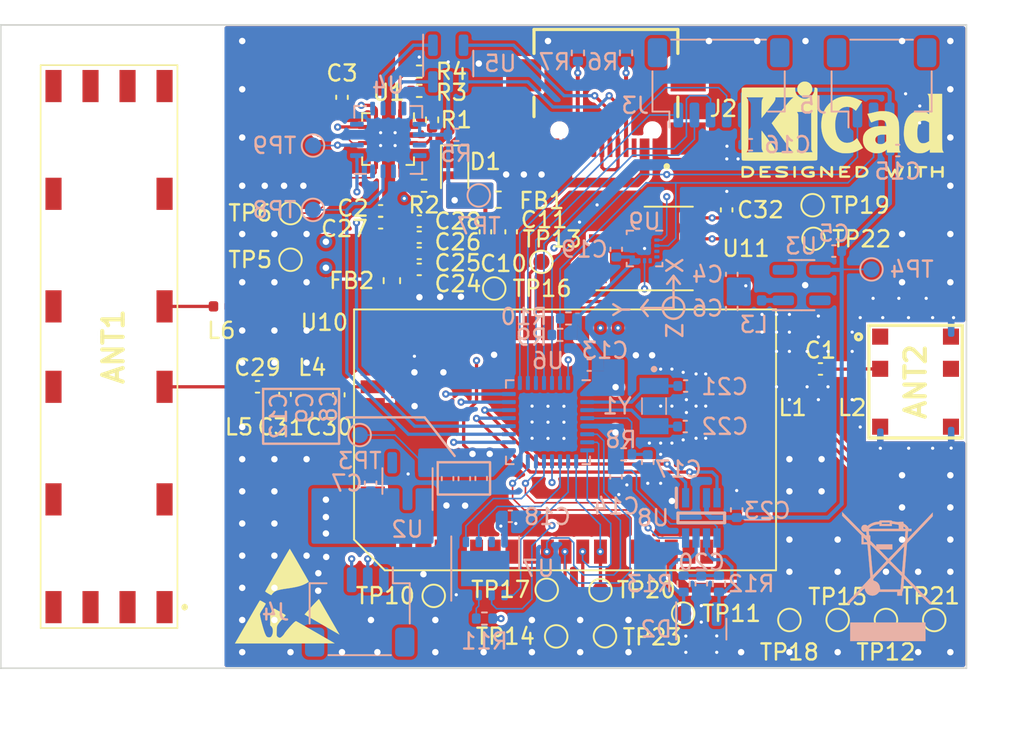
<source format=kicad_pcb>
(kicad_pcb (version 20221018) (generator pcbnew)
  (layers (0 "F.Cu" signal) (1 "In1.Cu" power) (2 "In2.Cu" power) (31 "B.Cu" signal) (34 "B.Paste" user) (35 "F.Paste" user) (36 "B.SilkS" user "B.Silkscreen") (37 "F.SilkS" user "F.Silkscreen") (38 "B.Mask" user) (39 "F.Mask" user) (44 "Edge.Cuts" user))
  (net 0 "")
  (net 1 "GND")
  (net 2 "/NRST")
  (net 3 "/OSC_32_IN")
  (net 4 "/OSC_32_OUT")
  (net 5 "/RF_GSM")
  (net 6 "/RF_GSM_FEED")
  (net 7 "/RF_GNSS_FEED")
  (net 8 "+1V8")
  (net 9 "+BATT")
  (net 10 "/CAN_L")
  (net 11 "/CAN_H")
  (net 13 "VCC")
  (net 15 "Net-(ANT1-RETURN{slash}GND)")
  (net 17 "/V_INT")
  (net 18 "/PWR_CTRL")
  (net 24 "/UART1_RX")
  (net 25 "/UART1_TX")
  (net 34 "Net-(U10-ANT_GNSS)")
  (net 35 "VSYS")
  (net 36 "+5V")
  (net 37 "VDC")
  (net 38 "Net-(C20-Pad2)")
  (net 39 "/SIM_CLK")
  (net 40 "/SIM_IO")
  (net 41 "/SIM_RST")
  (net 42 "/VSIM")
  (net 43 "Net-(C29-Pad1)")
  (net 44 "/TIMEPULSE")
  (net 45 "/UART2_RX")
  (net 46 "Net-(J2-CC1)")
  (net 47 "/SPI1_NSS")
  (net 48 "/SPI1_SCK")
  (net 49 "/SPI1_MISO")
  (net 50 "/SPI1_MOSI")
  (net 52 "Net-(J2-CC2)")
  (net 54 "/UART2_TX")
  (net 55 "/CAN_RX")
  (net 56 "/CAN_TX")
  (net 57 "/SPI3_NSS")
  (net 58 "/SPI3_SCK")
  (net 59 "/SPI3_MISO")
  (net 60 "/SPI3_MOSI")
  (net 61 "/I2C1_SCL")
  (net 62 "/I2C1_SDA")
  (net 64 "/USB_D+")
  (net 65 "/USB_D-")
  (net 66 "/SWDIO{slash}IO2")
  (net 67 "/SWCLK{slash}IO3")
  (net 68 "Net-(U3-SW)")
  (net 69 "Net-(U1-TMR)")
  (net 70 "Net-(U1-ILIM)")
  (net 71 "Net-(U1-ISET)")
  (net 72 "Net-(U1-TS)")
  (net 73 "/FLASH_WP")
  (net 74 "/PGOOD")
  (net 75 "/CHG")
  (net 81 "Net-(U4-USBDP)")
  (net 82 "Net-(U4-USBDM)")
  (net 86 "/UART2_RTS")
  (net 87 "/UART2_CTS")
  (net 90 "/CAN_STB")
  (net 91 "/IMU_INT1")
  (net 92 "/BOOT{slash}CE")
  (net 103 "/SARA_USB_5V0")
  (net 110 "/SARA_USB_D-")
  (net 111 "/SARA_USB_D+")
  (net 119 "/TXD_GNSS")
  (net 121 "Net-(C11-Pad1)")
  (net 122 "/VBUS")
  (footprint "TestPoint:TestPoint_Pad_D1.0mm" (layer "F.Cu") (at 162.4 116.6)
    (fp_text reference "TP11")
    (fp_text value "TestPoint")
  )
  (footprint "Capacitor_SMD:C_0402_1005Metric" (layer "F.Cu") (at 141 103 -90)
    (fp_text reference "C30")
    (fp_text value "0.5pF")
  )
  (footprint "TestPoint:TestPoint_Pad_D1.0mm" (layer "F.Cu") (at 138 91.7)
    (fp_text reference "TP6")
    (fp_text value "5V")
  )
  (footprint "TestPoint:TestPoint_Pad_D1.0mm" (layer "F.Cu") (at 153.59 94.73)
    (fp_text reference "TP13")
    (fp_text value "TestPoint")
  )
  (footprint "TestPoint:TestPoint_Pad_D1.0mm" (layer "F.Cu") (at 154.51 118.02)
    (fp_text reference "TP14")
    (fp_text value "TestPoint")
  )
  (footprint "SARA-R4_DevBoard_Library:SR4G008" (layer "F.Cu") (at 176.84 102.18 -90)
    (fp_text reference "ANT2")
    (fp_text value "SR4G008" hide)
  )
  (footprint "Inductor_SMD:L_0402_1005Metric" (layer "F.Cu") (at 139.35 102.5 180)
    (fp_text reference "L4")
    (fp_text value "3.3nH")
  )
  (footprint "Resistor_SMD:R_0402_1005Metric" (layer "F.Cu") (at 146.8 85.9 90)
    (fp_text reference "R1")
    (fp_text value "1.13k")
  )
  (footprint "TestPoint:TestPoint_Pad_D1.0mm" (layer "F.Cu") (at 150.66 96.39)
    (fp_text reference "TP16")
    (fp_text value "TestPoint")
  )
  (footprint "Capacitor_SMD:C_0402_1005Metric" (layer "F.Cu") (at 146 93.2)
    (fp_text reference "C26")
    (fp_text value "10nF")
  )
  (footprint "Package_DFN_QFN:DFN-8-1EP_6x5mm_P1.27mm_EP4x4mm" (layer "F.Cu") (at 160 93.9)
    (fp_text reference "U11")
    (fp_text value "SIM-ST-MFF2")
  )
  (footprint "SARA-R4_DevBoard_Library:SR4L002" (layer "F.Cu") (at 127 100 90)
    (fp_text reference "ANT1")
    (fp_text value "SR4L002" hide)
  )
  (footprint "TestPoint:TestPoint_Pad_D1.0mm" (layer "F.Cu") (at 157.54 118.01)
    (fp_text reference "TP23")
    (fp_text value "TestPoint")
  )
  (footprint "TestPoint:TestPoint_Pad_D1.0mm" (layer "F.Cu") (at 172 117)
    (fp_text reference "TP15")
    (fp_text value "USB_D-")
  )
  (footprint "Capacitor_SMD:C_0402_1005Metric" (layer "F.Cu") (at 146 95.2)
    (fp_text reference "C24")
    (fp_text value "15pF")
  )
  (footprint "TestPoint:TestPoint_Pad_D1.0mm" (layer "F.Cu") (at 153.92 115.12)
    (fp_text reference "TP17")
    (fp_text value "TestPoint")
  )
  (footprint "Capacitor_SMD:C_0402_1005Metric" (layer "F.Cu") (at 150.11 92.86375 -90)
    (fp_text reference "C10")
    (fp_text value "0.1uF")
  )
  (footprint "Connector_JST:JST_PH_S2B-PH-SM4-TB_1x02-1MP_P2.00mm_Horizontal" (layer "F.Cu") (at 140.5875 85.85 90)
    (fp_text reference "J1" hide)
    (fp_text value "Battery")
  )
  (footprint "Inductor_SMD:L_0402_1005Metric" (layer "F.Cu") (at 133.7 97.5 180)
    (fp_text reference "L6")
    (fp_text value "15nH")
  )
  (footprint "TestPoint:TestPoint_Pad_D1.0mm" (layer "F.Cu") (at 157.26 115.14)
    (fp_text reference "TP20")
    (fp_text value "TestPoint")
  )
  (footprint "Capacitor_SMD:C_0402_1005Metric" (layer "F.Cu") (at 143.6 92.3 180)
    (fp_text reference "C27")
    (fp_text value "0.1uF")
  )
  (footprint "Capacitor_SMD:C_0402_1005Metric" (layer "F.Cu") (at 170.93 101.39)
    (fp_text reference "C1")
    (fp_text value "1.5pF")
  )
  (footprint "Capacitor_SMD:C_0402_1005Metric" (layer "F.Cu") (at 146 92.2)
    (fp_text reference "C28")
    (fp_text value "10uF")
  )
  (footprint "Symbol:ESD-Logo_6.6x6mm_SilkScreen" (layer "F.Cu") (at 137.8 115.5)
    (fp_text reference "REF**" hide)
    (fp_text value "ESD-Logo_6.6x6mm_SilkScreen" hide)
  )
  (footprint "Inductor_SMD:L_0603_1608Metric" (layer "F.Cu") (at 144.3 95.9 -90)
    (fp_text reference "FB2")
    (fp_text value "FerriteBead_Small")
  )
  (footprint "TestPoint:TestPoint_Pad_D1.0mm" (layer "F.Cu") (at 146.9 115.5)
    (fp_text reference "TP10")
    (fp_text value "TestPoint")
  )
  (footprint "TestPoint:TestPoint_Pad_D1.0mm" (layer "F.Cu") (at 138 94.6)
    (fp_text reference "TP5")
    (fp_text value "5V")
  )
  (footprint "Inductor_SMD:L_0402_1005Metric" (layer "F.Cu") (at 134.3 103 90)
    (fp_text reference "L5")
    (fp_text value "15nH")
  )
  (footprint "Inductor_SMD:L_0402_1005Metric" (layer "F.Cu") (at 169 101.89 90)
    (fp_text reference "L1")
    (fp_text value "L_Small")
  )
  (footprint "TestPoint:TestPoint_Pad_D1.0mm" (layer "F.Cu") (at 170.44 91.21)
    (fp_text reference "TP19")
    (fp_text value "TestPoint")
  )
  (footprint "Capacitor_SMD:C_0402_1005Metric" (layer "F.Cu") (at 165.1 91.5 90)
    (fp_text reference "C32")
    (fp_text value "0.1uF")
  )
  (footprint "Symbol:KiCad-Logo2_5mm_SilkScreen" (layer "F.Cu") (at 172.3 86.5)
    (fp_text reference "REF**" hide)
    (fp_text value "KiCad-Logo2_5mm_SilkScreen" hide)
  )
  (footprint "Resistor_SMD:R_0402_1005Metric" (layer "F.Cu") (at 146 84.1)
    (fp_text reference "R3")
    (fp_text value "1.13k")
  )
  (footprint "Inductor_SMD:L_0402_1005Metric" (layer "F.Cu") (at 172.9 101.89 90)
    (fp_text reference "L2")
    (fp_text value "12nH")
  )
  (footprint "Capacitor_SMD:C_0402_1005Metric" (layer "F.Cu") (at 137.66 102.97 -90)
    (fp_text reference "C31")
    (fp_text value "DNP")
  )
  (footprint "Diode_SMD:D_SOD-323" (layer "F.Cu") (at 148.2 89.1 -90)
    (fp_text reference "D1")
    (fp_text value "BAT60A")
  )
  (footprint "Resistor_SMD:R_0402_1005Metric" (layer "F.Cu") (at 146 82.9)
    (fp_text reference "R4")
    (fp_text value "18k")
  )
  (footprint "Capacitor_SMD:C_0402_1005Metric" (layer "F.Cu") (at 135.95 102.5 180)
    (fp_text reference "C29")
    (fp_text value "2.2pF")
  )
  (footprint "TestPoint:TestPoint_Pad_D1.0mm" (layer "F.Cu") (at 178 117)
    (fp_text reference "TP21")
    (fp_text value "SARA_USB_5V0")
  )
  (footprint "Resistor_SMD:R_0402_1005Metric" (layer "F.Cu") (at 146.3 90)
    (fp_text reference "R2")
    (fp_text value "1.18k")
  )
  (footprint "Capacitor_SMD:C_0402_1005Metric" (layer "F.Cu") (at 141.2 84.5 -90)
    (fp_text reference "C3")
    (fp_text value "4.7uF")
  )
  (footprint "TestPoint:TestPoint_Pad_D1.0mm" (layer "F.Cu") (at 170.5 93.3)
    (fp_text reference "TP22")
    (fp_text value "TestPoint")
  )
  (footprint "SARA-R4_DevBoard_Library:GCT_USB4110-GF-A_REVB" (layer "F.Cu") (at 157.6 86.5625 180)
    (fp_text reference "J2")
    (fp_text value "USB4110-GF-A")
  )
  (footprint "Capacitor_SMD:C_0402_1005Metric" (layer "F.Cu") (at 143.6 91.56 180)
    (fp_text reference "C2")
    (fp_text value "4.7uF")
  )
  (footprint "Package_DFN_QFN:VQFN-16-1EP_3x3mm_P0.5mm_EP1.6x1.6mm" (layer "F.Cu") (at 144.0625 87.09375 -90)
    (fp_text reference "U1")
    (fp_text value "BQ24075RGT")
  )
  (footprint "RF_GSM:ublox_SARA-G3_LGA-96" (layer "F.Cu") (at 155.06 105.8 90)
    (fp_text reference "U10")
    (fp_text value "SARA-R422X")
  )
  (footprint "Capacitor_SMD:C_0402_1005Metric" (layer "F.Cu") (at 151.71 92.86375 -90)
    (fp_text reference "C11")
    (fp_text value "0.1uF")
  )
  (footprint "Inductor_SMD:L_0603_1608Metric" (layer "F.Cu") (at 150.91 90.86375)
    (fp_text reference "FB1")
    (fp_text value "USB_Bead")
  )
  (footprint "TestPoint:TestPoint_Pad_D1.0mm" (layer "F.Cu") (at 175 117)
    (fp_text reference "TP12")
    (fp_text value "USB_D+")
  )
  (footprint "Capacitor_SMD:C_0402_1005Metric" (layer "F.Cu") (at 146 94.2)
    (fp_text reference "C25")
    (fp_text value "68pF")
  )
  (footprint "TestPoint:TestPoint_Pad_D1.0mm" (layer "F.Cu") (at 169 117)
    (fp_text reference "TP18")
    (fp_text value "SARA_USB_5V0")
  )
  (footprint "Package_LGA:LGA-14_2x2mm_P0.35mm_LayoutBorder3x4y" (layer "B.Cu") (at 160 93.9 180)
    (fp_text reference "U9")
    (fp_text value "LIS2DH")
  )
  (footprint "Capacitor_SMD:C_0402_1005Metric" (layer "B.Cu") (at 171.76 94.06 180)
    (fp_text reference "C5")
    (fp_text value "22uF")
  )
  (footprint "Capacitor_SMD:C_0402_1005Metric" (layer "B.Cu") (at 158.24 93.95 90)
    (fp_text reference "C19")
    (fp_text value "0.1uF")
  )
  (footprint "Connector_JST:JST_SH_SM04B-SRSS-TB_1x04-1MP_P1.00mm_Horizontal" (layer "B.Cu") (at 174.73 83.6)
    (fp_text reference "J5")
    (fp_text value "I2C Ext. Conn.")
  )
  (footprint "Symbol:WEEE-Logo_5.6x8mm_SilkScreen" (layer "B.Cu") (at 175.1 114.3 180)
    (fp_text reference "REF**" hide)
    (fp_text value "WEEE-Logo_5.6x8mm_SilkScreen" hide)
  )
  (footprint "Resistor_SMD:R_0402_1005Metric" (layer "B.Cu") (at 155.27 98.25 180)
    (fp_text reference "R10")
    (fp_text value "4.7k")
  )
  (footprint "Resistor_SMD:R_0402_1005Metric" (layer "B.Cu") (at 154.75 99.27 180)
    (fp_text reference "R9")
    (fp_text value "4.7k")
  )
  (footprint "Inductor_SMD:L_0402_1005Metric" (layer "B.Cu") (at 166.79 97.13 180)
    (fp_text reference "L3")
    (fp_text value "4.7uH")
  )
  (footprint "Capacitor_SMD:C_0402_1005Metric" (layer "B.Cu") (at 142.98 108.49 90)
    (fp_text reference "C7")
    (fp_text value "1uF")
  )
  (footprint "Capacitor_SMD:C_0402_1005Metric" (layer "B.Cu") (at 158.23 108.1 -90)
    (fp_text reference "C14")
    (fp_text value "0.1uF")
  )
  (footprint "Package_TO_SOT_SMD:SOT-23-6" (layer "B.Cu") (at 147.8 82.4 -90)
    (fp_text reference "U5")
    (fp_text value "USBLC6")
  )
  (footprint "Resistor_SMD:R_0402_1005Metric" (layer "B.Cu") (at 158.85 81.74 -90)
    (fp_text reference "R6")
    (fp_text value "5.1k")
  )
  (footprint "Package_TO_SOT_SMD:SOT-23-5" (layer "B.Cu") (at 169.7575 96.18)
    (fp_text reference "U3")
    (fp_text value "TPS613222ADBV")
  )
  (footprint "Capacitor_SMD:C_0402_1005Metric" (layer "B.Cu") (at 162.55 102.45)
    (fp_text reference "C21")
    (fp_text value "6.8pF")
  )
  (footprint "Capacitor_SMD:C_0402_1005Metric" (layer "B.Cu") (at 175.73 87.81)
    (fp_text reference "C15")
    (fp_text value "0.1uF")
  )
  (footprint "TestPoint:TestPoint_Pad_D1.0mm" (layer "B.Cu") (at 174.1 95.2 180)
    (fp_text reference "TP4")
    (fp_text value "5V")
  )
  (footprint "Capacitor_SMD:C_0402_1005Metric" (layer "B.Cu") (at 160.2 107.2 -90)
    (fp_text reference "C17")
    (fp_text value "0.1uF")
  )
  (footprint "Connector_JST:JST_SH_SM06B-SRSS-TB_1x06-1MP_P1.00mm_Horizontal" (layer "B.Cu") (at 164.6 83.6)
    (fp_text reference "J3")
    (fp_text value "SPI Ext. Conn.")
  )
  (footprint "Package_TO_SOT_SMD:SOT-23-5" (layer "B.Cu") (at 145.27 108.36 90)
    (fp_text reference "U2")
    (fp_text value "TPS7A0218")
  )
  (footprint "Capacitor_SMD:C_0402_1005Metric" (layer "B.Cu") (at 165.42 97.63 -90)
    (fp_text reference "C6")
    (fp_text value "0.1uF")
  )
  (footprint "Capacitor_SMD:C_0402_1005Metric" (layer "B.Cu") (at 151.66 110.55 180)
    (fp_text reference "C18")
    (fp_text value "0.1uF")
  )
  (footprint "Capacitor_SMD:C_0402_1005Metric" (layer "B.Cu") (at 162.53 104.97)
    (fp_text reference "C22")
    (fp_text value "6.8pF")
  )
  (footprint "TestPoint:TestPoint_Pad_D1.0mm" (layer "B.Cu") (at 139.4 87.5)
    (fp_text reference "TP9")
    (fp_text value "UART1_RX")
  )
  (footprint "SARA-R4_DevBoard_Library:SOT65P280X110-8N" (layer "B.Cu") (at 163.525 110.65 -90)
    (fp_text reference "U8")
    (fp_text value "TCAN1044VDDFRQ1" hide)
  )
  (footprint "Capacitor_SMD:C_0402_1005Metric" (layer "B.Cu") (at 148.8 108.21 -90)
    (fp_text reference "C9")
    (fp_text value "0.1uF")
  )
  (footprint "Package_DFN_QFN:QFN-32-1EP_5x5mm_P0.5mm_EP3.45x3.45mm" (layer "B.Cu") (at 154 104.7 180)
    (fp_text reference "U6")
    (fp_text value "STM32L432KCUx")
  )
  (footprint "Resistor_SMD:R_0402_1005Metric" (layer "B.Cu") (at 162.425 114.75 -90)
    (fp_text reference "R13")
    (fp_text value "60")
  )
  (footprint "SARA-R4_DevBoard_Library:NX3215SA32768KEXS00AMU00003" (layer "B.Cu") (at 160.59 103.7 -90)
    (fp_text reference "Y1")
    (fp_text value "32.768kHz" hide)
  )
  (footprint "Capacitor_SMD:C_0402_1005Metric" (layer "B.Cu") (at 165.725 110.15 90)
    (fp_text reference "C23")
    (fp_text value "0.1uF")
  )
  (footprint "Package_DFN_QFN:QFN-16-1EP_4x4mm_P0.65mm_EP2.1x2.1mm" (layer "B.Cu") (at 144.075 87.15)
    (fp_text reference "U4")
    (fp_text value "FT230XQ")
  )
  (footprint "Package_SON:WSON-8-1EP_4x4mm_P0.8mm_EP2.2x3mm" (layer "B.Cu") (at 150.1 113.8 90)
    (fp_text reference "U7")
    (fp_text value "MX25R6435FZNIL0")
  )
  (footprint "Resistor_SMD:R_0402_1005Metric" (layer "B.Cu") (at 164.625 114.75 90)
    (fp_text reference "R12")
    (fp_text value "60")
  )
  (footprint "Capacitor_SMD:C_0402_1005Metric" (layer "B.Cu") (at 165.42 95.51 -90)
    (fp_text reference "C4")
    (fp_text value "10uF")
  )
  (footprint "Resistor_SMD:R_0402_1005Metric" (layer "B.Cu") (at 155.86 81.74 -90)
    (fp_text reference "R7")
    (fp_text value "5.1k")
  )
  (footprint "Capacitor_SMD:C_0402_1005Metric" (layer "B.Cu") (at 147.76 108.21 -90)
    (fp_text reference "C12")
    (fp_text value "0.1uF")
  )
  (footprint "TestPoint:TestPoint_Pad_D1.0mm" (layer "B.Cu") (at 149.7 90.6 180)
    (fp_text reference "TP7")
    (fp_text value "VBUS")
  )
  (footprint "TestPoint:TestPoint_Pad_D1.0mm" (layer "B.Cu") (at 142.3 105.5 180)
    (fp_text reference "TP3")
    (fp_text value "1V8")
  )
  (footprint "Resistor_SMD:R_0402_1005Metric" (layer "B.Cu") (at 148.29 86.83)
    (fp_text reference "R5")
    (fp_text value "5.1k")
  )
  (footprint "Capacitor_SMD:C_0402_1005Metric" (layer "B.Cu") (at 156.56 101.15 180)
    (fp_text reference "C13")
    (fp_text value "0.1uF")
  )
  (footprint "Connector_JST:JST_SH_SM04B-SRSS-TB_1x04-1MP_P1.00mm_Horizontal" (layer "B.Cu") (at 142.3 116.5 180)
    (fp_text reference "J4")
    (fp_text value "SWD/IO Ext. Conn.")
  )
  (footprint "Capacitor_SMD:C_0402_1005Metric" (layer "B.Cu") (at 166.58 87.45)
    (fp_text reference "C16")
    (fp_text value "0.1uF")
  )
  (footprint "Package_TO_SOT_SMD:SOT-23" (layer "B.Cu") (at 163.525 117.5675 -90)
    (fp_text reference "D2")
    (fp_text value "SZNUP2115LT1G")
  )
  (footprint "Resistor_SMD:R_0402_1005Metric" (layer "B.Cu") (at 158.7 106.7 180)
    (fp_text reference "R8")
    (fp_text value "10k")
  )
  (footprint "TestPoint:TestPoint_Pad_D1.0mm" (layer "B.Cu") (at 139.4 91.5 180)
    (fp_text reference "TP8")
    (fp_text value "UART1_TX")
  )
  (footprint "Capacitor_SMD:C_0402_1005Metric" (layer "B.Cu") (at 149.85 108.2 -90)
    (fp_text reference "C8")
    (fp_text value "1uF")
  )
  (footprint "Capacitor_SMD:C_0402_1005Metric" (layer "B.Cu") (at 163.525 114.75 90)
    (fp_text reference "C20")
    (fp_text value "4.7uF")
  )
  (footprint "Resistor_SMD:R_0402_1005Metric" (layer "B.Cu") (at 150.05 116.91 180)
    (fp_text reference "R11")
    (fp_text value "10k")
  )
  (gr_line (start 161.8 97.6) (end 159.8 97.6) (stroke (width 0.15)) (layer "B.SilkS"))
  (gr_line (start 159.8 97.6) (end 160.2 98.1) (stroke (width 0.15)) (layer "B.SilkS"))
  (gr_line (start 161.8 95.6) (end 162.2 96.1) (stroke (width 0.15)) (layer "B.SilkS"))
  (gr_rect (start 147.15 107.19) (end 150.4 109.2) (stroke (width 0.15)) (fill none) (layer "B.SilkS"))
  (gr_line (start 161.8 95.6) (end 161.8 97.6) (stroke (width 0.15)) (layer "B.SilkS"))
  (gr_rect (start 136.3 102.63) (end 141.02 106.04) (stroke (width 0.15)) (fill none) (layer "B.SilkS"))
  (gr_line (start 141.4675 104.4) (end 146.3325 104.4) (stroke (width 0.15)) (layer "B.SilkS"))
  (gr_line (start 146.3325 104.4) (end 148.2 106.8) (stroke (width 0.15)) (layer "B.SilkS"))
  (gr_line (start 159.8 97.6) (end 160.2 97.1) (stroke (width 0.15)) (layer "B.SilkS"))
  (gr_circle (center 161.8 97.6) (end 161.2 97.3) (stroke (width 0.15)) (fill none) (layer "B.SilkS"))
  (gr_line (start 161.4 96.1) (end 161.8 95.6) (stroke (width 0.15)) (layer "B.SilkS"))
  (gr_line (start 180 120) (end 180 80) (stroke (width 0.1)) (layer "Edge.Cuts"))
  (gr_line (start 120 80) (end 120 120) (stroke (width 0.1)) (layer "Edge.Cuts"))
  (gr_line (start 120 80) (end 180 80) (stroke (width 0.1)) (layer "Edge.Cuts"))
  (gr_line (start 120 120) (end 180 120) (stroke (width 0.1)) (layer "Edge.Cuts"))
  (gr_text "Z" (at 161.8 99 -90) (layer "B.SilkS") (effects (font (size 1 1))))
  (gr_text "X" (at 161.8 94.95 -90) (layer "B.SilkS") (effects (font (size 1 1))))
  (gr_text "Y" (at 158.6 97.7 90) (layer "B.SilkS") (effects (font (size 1 1)) (justify mirror)))
  (via (at 179 119) (size 0.8) (drill 0.4) (layers "F.Cu" "B.Cu") (net 1))
  (via (at 139 113) (size 0.8) (drill 0.4) (layers "F.Cu" "B.Cu") (net 1))
  (via (at 179 84) (size 0.8) (drill 0.4) (layers "F.Cu" "B.Cu") (net 1))
  (via (at 169 98) (size 0.45) (drill 0.2) (layers "F.Cu" "B.Cu") (net 1))
  (via (at 160 93.9) (size 0.45) (drill 0.2) (layers "F.Cu" "B.Cu") (net 1))
  (via (at 162.4 101.6) (size 0.45) (drill 0.2) (layers "F.Cu" "B.Cu") (net 1))
  (via (at 154.99 103.71) (size 0.45) (drill 0.2) (layers "F.Cu" "B.Cu") (net 1))
  (via (at 153.6 89.3) (size 0.8) (drill 0.4) (layers "F.Cu" "B.Cu") (net 1))
  (via (at 163.8 103.7) (size 0.45) (drill 0.2) (layers "F.Cu" "B.Cu") (net 1))
  (via (at 144.5 87.5) (size 0.45) (drill 0.2) (layers "F.Cu" "B.Cu") (net 1))
  (via (at 159 117) (size 0.8) (drill 0.4) (layers "F.Cu" "B.Cu") (net 1))
  (via (at 170.1 100.3) (size 0.45) (drill 0.2) (layers "F.Cu" "B.Cu") (net 1))
  (via (at 176.4 98.2) (size 0.45) (drill 0.2) (layers "F.Cu" "B.Cu") (net 1))
  (via (at 135 111) (size 0.8) (drill 0.4) (layers "F.Cu" "B.Cu") (net 1))
  (via (at 170.1 102.5) (size 0.45) (drill 0.2) (layers "F.Cu" "B.Cu") (net 1))
  (via (at 162.6 103.3) (size 0.45) (drill 0.2) (layers "F.Cu" "B.Cu") (net 1))
  (via (at 171 109) (size 0.8) (drill 0.4) (layers "F.Cu" "B.Cu") (net 1))
  (via (at 149.7 82.4) (size 0.8) (drill 0.4) (layers "F.Cu" "B.Cu") (net 1))
  (via (at 145.71 103.7) (size 0.8) (drill 0.4) (layers "F.Cu" "B.Cu") (net 1))
  (via (at 176 81) (size 0.8) (drill 0.4) (layers "F.Cu" "B.Cu") (net 1))
  (via (at 176 110) (size 0.8) (drill 0.4) (layers "F.Cu" "B.Cu") (net 1))
  (via (at 152.5 89.3) (size 0.8) (drill 0.4) (layers "F.Cu" "B.Cu") (net 1))
  (via (at 138 119) (size 0.8) (drill 0.4) (layers "F.Cu" "B.Cu") (net 1))
  (via (at 138.8 90) (size 0.8) (drill 0.4) (layers "F.Cu" "B.Cu") (net 1))
  (via (at 166 119) (size 0.8) (drill 0.4) (layers "F.Cu" "B.Cu") (net 1))
  (via (at 158.4 109.2) (size 0.45) (drill 0.2) (layers "F.Cu" "B.Cu") (net 1))
  (via (at 169 109) (size 0.8) (drill 0.4) (layers "F.Cu" "B.Cu") (net 1))
  (via (at 161.7 109.6) (size 0.8) (drill 0.4) (layers "F.Cu" "B.Cu") (net 1))
  (via (at 154 104.7) (size 0.45) (drill 0.2) (layers "F.Cu" "B.Cu") (net 1))
  (via (at 156 117) (size 0.8) (drill 0.4) (layers "F.Cu" "B.Cu") (net 1))
  (via (at 145.7 100.6) (size 0.45) (drill 0.2) (layers "F.Cu" "B.Cu") (net 1))
  (via (at 139 96) (size 0.8) (drill 0.4) (layers "F.Cu" "B.Cu") (net 1))
  (via (at 174.65 106.32) (size 0.45) (drill 0.2) (layers "F.Cu" "B.Cu") (net 1))
  (via (at 143 117) (size 0.8) (drill 0.4) (layers "F.Cu" "B.Cu") (net 1))
  (via (at 137 107) (size 0.8) (drill 0.4) (layers "F.Cu" "B.Cu") (net 1))
  (via (at 171.4 100.3) (size 0.45) (drill 0.2) (layers "F.Cu" "B.Cu") (net 1))
  (via (at 154.99 104.7) (size 0.45) (drill 0.2) (layers "F.Cu" "B.Cu") (net 1))
  (via (at 160.47 100.54) (size 0.8) (drill 0.4) (layers "F.Cu" "B.Cu") (net 1))
  (via (at 139 101) (size 0.8) (drill 0.4) (layers "F.Cu" "B.Cu") (net 1))
  (via (at 137 101) (size 0.8) (drill 0.4) (layers "F.Cu" "B.Cu") (net 1))
  (via (at 161 103.7) (size 0.45) (drill 0.2) (layers "F.Cu" "B.Cu") (net 1))
  (via (at 177.9 106.32) (size 0.45) (drill 0.2) (layers "F.Cu" "B.Cu") (net 1))
  (via (at 161 106.7) (size 0.45) (drill 0.2) (layers "F.Cu" "B.Cu") (net 1))
  (via (at 175.8 97) (size 0.45) (drill 0.2) (layers "F.Cu" "B.Cu") (net 1))
  (via (at 156 119) (size 0.8) (drill 0.4) (layers "F.Cu" "B.Cu") (net 1))
  (via (at 161 101.4) (size 0.45) (drill 0.2) (layers "F.Cu" "B.Cu") (net 1))
  (via (at 148.59 96.9) (size 0.8) (drill 0.4) (layers "F.Cu" "B.Cu") (net 1))
  (via (at 145.7 101.6) (size 0.8) (drill 0.4) (layers "F.Cu" "B.Cu") (net 1))
  (via (at 179 112) (size 0.8) (drill 0.4) (layers "F.Cu" "B.Cu") (net 1))
  (via (at 179 108) (size 0.8) (drill 0.4) (layers "F.Cu" "B.Cu") (net 1))
  (via (at 153.01 103.7) (size 0.45) (drill 0.2) (layers "F.Cu" "B.Cu") (net 1))
  (via (at 170.8 103.3) (size 0.45) (drill 0.2) (layers "F.Cu" "B.Cu") (net 1))
  (via (at 165.81 88.33) (size 0.45) (drill 0.2) (layers "F.Cu" "B.Cu") (net 1))
  (via (at 179 93) (size 0.8) (drill 0.4) (layers "F.Cu" "B.Cu") (net 1))
  (via (at 179 96) (size 0.8) (drill 0.4) (layers "F.Cu" "B.Cu") (net 1))
  (via (at 162.565 119.01) (size 0.45) (drill 0.2) (layers "F.Cu" "B.Cu") (net 1))
  (via (at 139 99) (size 0.8) (drill 0.4) (layers "F.Cu" "B.Cu") (net 1))
  (via (at 153 117) (size 0.8) (drill 0.4) (layers "F.Cu" "B.Cu") (net 1))
  (via (at 179.05 106.31) (size 0.45) (drill 0.2) (layers "F.Cu" "B.Cu") (net 1))
  (via (at 169 112) (size 0.8) (drill 0.4) (layers "F.Cu" "B.Cu") (net 1))
  (via (at 175 114) (size 0.8) (drill 0.4) (layers "F.Cu" "B.Cu") (net 1))
  (via (at 172.9 103.3) (size 0.45) (drill 0.2) (layers "F.Cu" "B.Cu") (net 1))
  (via (at 176.41 106.32) (size 0.45) (drill 0.2) (layers "F.Cu" "B.Cu") (net 1))
  (via (at 177.5 97) (size 0.45) (drill 0.2) (layers "F.Cu" "B.Cu") (net 1))
  (via (at 151.4 89.3) (size 0.8) (drill 0.4) (layers "F.Cu" "B.Cu") (net 1))
  (via (at 154 103.71) (size 0.45) (drill 0.2) (layers "F.Cu" "B.Cu") (net 1))
  (via (at 143.6 87.5) (size 0.45) (drill 0.2) (layers "F.Cu" "B.Cu") (net 1))
  (via (at 140.22 113.08) (size 0.8) (drill 0.4) (layers "F.Cu" "B.Cu") (net 1))
  (via (at 177 119) (size 0.8) (drill 0.4) (layers "F.Cu" "B.Cu") (net 1))
  (via (at 172.9 99.1) (size 0.45) (drill 0.2) (layers "F.Cu" "B.Cu") (net 1))
  (via (at 146 82) (size 0.45) (drill 0.2) (layers "F.Cu" "B.Cu") (net 1))
  (via (at 139.73 114.09) (size 0.8) (drill 0.4) (layers "F.Cu" "B.Cu") (net 1))
  (via (at 179.2 98.2) (size 0.45) (drill 0.2) (layers "F.Cu" "B.Cu") (net 1))
  (via (at 165.725 108.95) (size 0.45) (drill 0.2) (layers "F.Cu" "B.Cu") (net 1))
  (via (at 169 107) (size 0.8) (drill 0.4) (layers "F.Cu" "B.Cu") (net 1))
  (via (at 177.9 98.2) (size 0.45) (drill 0.2) (layers "F.Cu" "B.Cu") (net 1))
  (via (at 177.09 86.09) (size 0.45) (drill 0.2) (layers "F.Cu" "B.Cu") (net 1))
  (via (at 148.3 115.43) (size 0.45) (drill 0.2) (layers "F.Cu" "B.Cu") (net 1))
  (via (at 154.99 105.71) (size 0.45) (drill 0.2) (layers "F.Cu" "B.Cu") (net 1))
  (via (at 137 96) (size 0.8) (drill 0.4) (layers "F.Cu" "B.Cu") (net 1))
  (via (at 165.12 87.54) (size 0.45) (drill 0.2) (layers "F.Cu" "B.Cu") (net 1))
  (via (at 163.8 105.7) (size 0.45) (drill 0.2) (layers "F.Cu" "B.Cu") (net 1))
  (via (at 171 107) (size 0.8) (drill 0.4) (layers "F.Cu" "B.Cu") (net 1))
  (via (at 168.2 99.1) (size 0.45) (drill 0.2) (layers "F.Cu" "B.Cu") (net 1))
  (via (at 135 84) (size 0.8) (drill 0.4) (layers "F.Cu" "B.Cu") (net 1))
  (via (at 161 108.5) (size 0.45) (drill 0.2) (layers "F.Cu" "B.Cu") (net 1))
  (via (at 139.72 115.18) (size 0.8) (drill 0.4) (layers "F.Cu" "B.Cu") (net 1))
  (via (at 160.2 108.5) (size 0.45) (drill 0.2) (layers "F.Cu" "B.Cu") (net 1))
  (via (at 153.01 104.69) (size 0.45) (drill 0.2) (layers "F.Cu" "B.Cu") (net 1))
  (via (at 169 100.3) (size 0.45) (drill 0.2) (layers "F.Cu" "B.Cu") (net 1))
  (via (at 176 112) (size 0.8) (drill 0.4) (layers "F.Cu" "B.Cu") (net 1))
  (via (at 143.4 119) (size 0.8) (drill 0.4) (layers "F.Cu" "B.Cu") (net 1))
  (via (at 170.8 99.4) (size 0.45) (drill 0.2) (layers "F.Cu" "B.Cu") (net 1))
  (via (at 160.3 106) (size 0.45) (drill 0.2) (layers "F.Cu" "B.Cu") (net 1))
  (via (at 179 110) (size 0.8) (drill 0.4) (layers "F.Cu" "B.Cu") (net 1))
  (via (at 177.1 85.04) (size 0.45) (drill 0.2) (layers "F.Cu" "B.Cu") (net 1))
  (via (at 135 117) (size 0.8) (drill 0.4) (layers "F.Cu" "B.Cu") (net 1))
  (via (at 161.7 103.7) (size 0.45) (drill 0.2) (layers "F.Cu" "B.Cu") (net 1))
  (via (at 153.01 105.7) (size 0.45) (drill 0.2) (layers "F.Cu" "B.Cu") (net 1))
  (via (at 135 99) (size 0.8) (drill 0.4) (layers "F.Cu" "B.Cu") (net 1))
  (via (at 173.4 105) (size 0.45) (drill 0.2) (layers "F.Cu" "B.Cu") (net 1))
  (via (at 162.6 104.1) (size 0.45) (drill 0.2) (layers "F.Cu" "B.Cu") (net 1))
  (via (at 161 106) (size 0.45) (drill 0.2) (layers "F.Cu" "B.Cu") (net 1))
  (via (at 147.3 96.91) (size 0.8) (drill 0.4) (layers "F.Cu" "B.Cu") (net 1))
  (via (at 137 99) (size 0.8) (drill 0.4) (layers "F.Cu" "B.Cu") (net 1))
  (via (at 163.2 105.7) (size 0.45) (drill 0.2) (layers "F.Cu" "B.Cu") (net 1))
  (via (at 137 117) (size 0.8) (drill 0.4) (layers "F.Cu" "B.Cu") (net 1))
  (via (at 169 119) (size 0.8) (drill 0.4) (layers "F.Cu" "B.Cu") (net 1))
  (via (at 147 119) (size 0.8) (drill 0.4) (layers "F.Cu" "B.Cu") (net 1))
  (via (at 137 109) (size 0.8) (drill 0.4) (layers "F.Cu" "B.Cu") (net 1))
  (via (at 147.8 82.3) (size 0.45) (drill 0.2) (layers "F.Cu" "B.Cu") (net 1))
  (via (at 144.5 86.7) (size 0.45) (drill 0.2) (layers "F.Cu" "B.Cu") (net 1))
  (via (at 176 108) (size 0.8) (drill 0.4) (layers "F.Cu" "B.Cu") (net 1))
  (via (at 167.3 98) (size 0.45) (drill 0.2) (layers "F.Cu" "B.Cu") (net 1))
  (via (at 169 99.1) (size 0.45) (drill 0.2) (layers "F.Cu" "B.Cu") (net 1))
  (via (at 146.01 96.93) (size 0.8) (drill 0.4) (layers "F.Cu" "B.Cu") (net 1))
  (via (at 137 93) (size 0.8) (drill 0.4) (layers "F.Cu" "B.Cu") (net 1))
  (via (at 135 101) (size 0.8) (drill 0.4) (layers "F.Cu" "B.Cu") (net 1))
  (via (at 164 81) (size 0.8) (drill 0.4) (layers "F.Cu" "B.Cu") (net 1))
  (via (at 164.485 119.01) (size 0.45) (drill 0.2) (layers "F.Cu" "B.Cu") (net 1))
  (via (at 170 81) (size 0.8) (drill 0.4) (layers "F.Cu" "B.Cu") (net 1))
  (via (at 162.4 105.8) (size 0.45) (drill 0.2) (layers "F.Cu" "B.Cu") (net 1))
  (via (at 165.11 88.33) (size 0.45) (drill 0.2) (layers "F.Cu" "B.Cu") (net 1))
  (via (at 161.7 106) (size 0.45) (drill 0.2) (layers "F.Cu" "B.Cu") (net 1))
  (via (at 145.31 107.92) (size 0.45) (drill 0.2) (layers "F.Cu" "B.Cu") (net 1))
  (via (at 167 81) (size 0.8) (drill 0.4) (layers "F.Cu" "B.Cu") (net 1))
  (via (at 167.3 99.1) (size 0.45) (drill 0.2) (layers "F.Cu" "B.Cu") (net 1))
  (via (at 173.4 98.2) (size 0.45) (drill 0.2) (layers "F.Cu" "B.Cu") (net 1))
  (via (at 176.22 84.28) (size 0.45) (drill 0.2) (layers "F.Cu" "B.Cu") (net 1))
  (via (at 152 111) (size 0.45) (drill 0.2) (layers "F.Cu" "B.Cu") (net 1))
  (via (at 177 114) (size 0.8) (drill 0.4) (layers "F.Cu" "B.Cu") (net 1))
  (via (at 135 81) (size 0.8) (drill 0.4) (layers "F.Cu" "B.Cu") (net 1))
  (via (at 179 87) (size 0.8) (drill 0.4) (layers "F.Cu" "B.Cu") (net 1))
  (via (at 147.69 109.88) (size 0.8) (drill 0.4) (layers "F.Cu" "B.Cu") (net 1))
  (via (at 169 114) (size 0.8) (drill 0.4) (layers "F.Cu" "B.Cu") (net 1))
  (via (at 172.9 100.3) (size 0.45) (drill 0.2) (layers "F.Cu" "B.Cu") (net 1))
  (via (at 165.11 90.35) (size 0.45) (drill 0.2) (layers "F.Cu" "B.Cu") (net 1))
  (via (at 135 109) (size 0.8) (drill 0.4) (layers "F.Cu" "B.Cu") (net 1))
  (via (at 172 114) (size 0.8) (drill 0.4) (layers "F.Cu" "B.Cu") (net 1))
  (via (at 176 96) (size 0.8) (drill 0.4) (layers "F.Cu" "B.Cu") (net 1))
  (via (at 139 93) (size 0.8) (drill 0.4) (layers "F.Cu" "B.Cu") (net 1))
  (via (at 179 90) (size 0.8) (drill 0.4) (layers "F.Cu" "B.Cu") (net 1))
  (via (at 171.4 102.5) (size 0.45) (drill 0.2) (layers "F.Cu" "B.Cu") (net 1))
  (via (at 159.46 100.54) (size 0.8) (drill 0.4) (layers "F.Cu" "B.Cu") (net 1))
  (via (at 172 112) (size 0.8) (drill 0.4) (layers "F.Cu" "B.Cu") (net 1))
  (via (at 135 90) (size 0.8) (drill 0.4) (layers "F.Cu" "B.Cu") (net 1))
  (via (at 169 103.3) (size 0.45) (drill 0.2) (layers "F.Cu" "B.Cu") (net 1))
  (via (at 135 119) (size 0.8) (drill 0.4) (layers "F.Cu" "B.Cu") (net 1))
  (via (at 163.525 116.11) (size 0.45) (drill 0.2) (layers "F.Cu" "B.Cu") (net 1))
  (via (at 136.4 90) (size 0.8) (drill 0.4) (layers "F.Cu" "B.Cu") (net 1))
  (via (at 141.2 119) (size 0.8) (drill 0.4) (layers "F.Cu" "B.Cu") (net 1))
  (via (at 135 93) (size 0.8) (drill 0.4) (layers "F.Cu" "B.Cu") (net 1))
  (via (at 163.2 103.7) (size 0.45) (drill 0.2) (layers "F.Cu" "B.Cu") (net 1))
  (via (at 161.7 101.4) (size 0.45) (drill 0.2) (layers "F.Cu" "B.Cu") (net 1))
  (via (at 163.8 101.7) (size 0.45) (drill 0.2) (layers "F.Cu" "B.Cu") (net 1))
  (via (at 168.2 98) (size 0.45) (drill 0.2) (layers "F.Cu" "B.Cu") (net 1))
  (via (at 137.6 90) (size 0.8) (drill 0.4) (layers "F.Cu" "B.Cu") (net 1))
  (via (at 137 115) (size 0.8) (drill 0.4) (layers "F.Cu" "B.Cu") (net 1))
  (via (at 143.6 86.7) (size 0.45) (drill 0.2) (layers "F.Cu" "B.Cu") (net 1))
  (via (at 174.2 97) (size 0.45) (drill 0.2) (layers "F.Cu" "B.Cu") (net 1))
  (via (at 163.525 117.13) (size 0.45) (drill 0.2) (layers "F.Cu" "B.Cu") (net 1))
  (via (at 155.96 92.26) (size 0.45) (drill 0.2) (layers "F.Cu" "B.Cu") (net 1))
  (via (at 146.26 114.15) (size 0.8) (drill 0.4) (layers "F.Cu" "B.Cu") (net 1))
  (via (at 158.9 108.6) (size 0.45) (drill 0.2) (layers "F.Cu" "B.Cu") (net 1))
  (via (at 135 96) (size 0.8) (drill 0.4) (layers "F.Cu" "B.Cu") (net 1))
  (via (at 154 105.71) (size 0.45) (drill 0.2) (layers "F.Cu" "B.Cu") (net 1))
  (via (at 154 81) (size 0.8) (drill 0.4) (layers "F.Cu" "B.Cu") (net 1))
  (via (at 179 114) (size 0.8) (drill 0.4) (layers "F.Cu" "B.Cu") (net 1))
  (via (at 170.8 98.1) (size 0.45) (drill 0.2) (layers "F.Cu" "B.Cu") (net 1))
  (via (at 179 81) (size 0.8) (drill 0.4) (layers "F.Cu" "B.Cu") (net 1))
  (via (at 174.8 98.2) (size 0.45) (drill 0.2) (layers "F.Cu" "B.Cu") (net 1))
  (via (at 135 115) (size 0.8) (drill 0.4) (layers "F.Cu" "B.Cu") (net 1))
  (via (at 135 105) (size 0.8) (drill 0.4) (layers "F.Cu" "B.Cu") (net 1))
  (via (at 162.565 118) (size 0.45) (drill 0.2) (layers "F.Cu" "B.Cu") (net 1))
  (via (at 137 111) (size 0.8) (drill 0.4) (layers "F.Cu" "B.Cu") (net 1))
  (via (at 147.5 101.6) (size 0.8) (drill 0.4) (layers "F.Cu" "B.Cu") (net 1))
  (via (at 139 107) (size 0.8) (drill 0.4) (layers "F.Cu" "B.Cu") (net 1))
  (via (at 153 119) (size 0.8) (drill 0.4) (layers "F.Cu" "B.Cu") (net 1))
  (via (at 147 117) (size 0.8) (drill 0.4) (layers "F.Cu" "B.Cu") (net 1))
  (via (at 159 119) (size 0.8) (drill 0.4) (layers "F.Cu" "B.Cu") (net 1))
  (via (at 168.2 100.3) (size 0.45) (drill 0.2) (layers "F.Cu" "B.Cu") (net 1))
  (via (at 150 119) (size 0.8) (drill 0.4) (layers "F.Cu" "B.Cu") (net 1))
  (via (at 137 113) (size 0.8) (drill 0.4) (layers "F.Cu" "B.Cu") (net 1))
  (via (at 135 107) (size 0.8) (drill 0.4) (layers "F.Cu" "B.Cu") (net 1))
  (via (at 148.85 109.89) (size 0.8) (drill 0.4) (layers "F.Cu" "B.Cu") (net 1))
  (via (at 150.65 100.51) (size 0.8) (drill 0.4) (layers "F.Cu" "B.Cu") (net 1))
  (via (at 135 113) (size 0.8) (drill 0.4) (layers "F.Cu" "B.Cu") (net 1))
  (via (at 157.05 91.19) (size 0.45) (drill 0.2) (layers "F.Cu" "B.Cu") (net 1))
  (via (at 163.2 101.7) (size 0.45) (drill 0.2) (layers "F.Cu" "B.Cu") (net 1))
  (via (at 135 87) (size 0.8) (drill 0.4) (layers "F.Cu" "B.Cu") (net 1))
  (via (at 176 93) (size 0.8) (drill 0.4) (layers "F.Cu" "B.Cu") (net 1))
  (via (at 164.485 117.99) (size 0.45) (drill 0.2) (layers "F.Cu" "B.Cu") (net 1))
  (via (at 172 119) (size 0.8) (drill 0.4) (layers "F.Cu" "B.Cu") (net 1))
  (via (at 169.98 96.18) (size 0.8) (drill 0.4) (layers "F.Cu" "B.Cu") (net 1))
  (via (at 168.2 102.5) (size 0.45) (drill 0.2) (layers "F.Cu" "B.Cu") (net 1))
  (segment (start 156.4375 104.45) (end 158.95 104.45) (width 0.1) (layer "B.Cu") (net 2))
  (segment (start 160.18 106.7) (end 160.2 106.72) (width 0.2032) (layer "B.Cu") (net 2))
  (segment (start 158.95 104.45) (end 159.2 104.7) (width 0.1) (layer "B.Cu") (net 2))
  (segment (start 159.2 105.3) (end 159.2 106.69) (width 0.1) (layer "B.Cu") (net 2))
  (segment (start 159.21 106.7) (end 160.18 106.7) (width 0.2032) (layer "B.Cu") (net 2))
  (segment (start 159.2 104.7) (end 159.2 105.3) (width 0.1) (layer "B.Cu") (net 2))
  (segment (start 159.2 106.69) (end 159.21 106.7) (width 0.2032) (layer "B.Cu") (net 2))
  (segment (start 156.4375 103.45) (end 159.19 103.45) (width 0.2032) (layer "B.Cu") (net 3))
  (segment (start 160.415 102.275) (end 160.59 102.45) (width 0.2032) (layer "B.Cu") (net 3))
  (segment (start 159.19 103.45) (end 160.19 102.45) (width 0.2032) (layer "B.Cu") (net 3))
  (segment (start 160.59 102.45) (end 162.07 102.45) (width 0.2032) (layer "B.Cu") (net 3))
  (segment (start 160.19 102.45) (end 160.59 102.45) (width 0.2032) (layer "B.Cu") (net 3))
  (segment (start 162.03 104.95) (end 162.05 104.97) (width 0.2032) (layer "B.Cu") (net 4))
  (segment (start 156.4375 103.95) (end 159.19 103.95) (width 0.2032) (layer "B.Cu") (net 4))
  (segment (start 159.19 103.95) (end 160.19 104.95) (width 0.2032) (layer "B.Cu") (net 4))
  (segment (start 160.415 105.125) (end 160.59 104.95) (width 0.2032) (layer "B.Cu") (net 4))
  (segment (start 160.59 104.95) (end 162.03 104.95) (width 0.2032) (layer "B.Cu") (net 4))
  (segment (start 160.19 104.95) (end 160.59 104.95) (width 0.2032) (layer "B.Cu") (net 4))
  (segment (start 141.07 102.5) (end 143.1 102.5) (width 0.2032) (layer "F.Cu") (net 5))
  (segment (start 139.835 102.5) (end 141.03 102.5) (width 0.2032) (layer "F.Cu") (net 5))
  (segment (start 141.03 102.5) (end 141.05 102.52) (width 0.2032) (layer "F.Cu") (net 5))
  (segment (start 141.05 102.52) (end 141.07 102.5) (width 0.2032) (layer "F.Cu") (net 5))
  (segment (start 135.455 102.515) (end 134.45 102.515) (width 0.2032) (layer "F.Cu") (net 6))
  (segment (start 135.47 102.5) (end 135.455 102.515) (width 0.2032) (layer "F.Cu") (net 6))
  (segment (start 134.45 102.515) (end 134.435 102.5) (width 0.2032) (layer "F.Cu") (net 6))
  (segment (start 130.175 102.325) (end 130.175 102.5) (width 0.2032) (layer "F.Cu") (net 6))
  (segment (start 134.435 102.5) (end 130.175 102.5) (width 0.2032) (layer "F.Cu") (net 6))
  (segment (start 171.275 101.405) (end 171.27 101.4) (width 0.1) (layer "F.Cu") (net 7))
  (segment (start 173.03 101.39) (end 174.79 101.39) (width 0.2032) (layer "F.Cu") (net 7))
  (segment (start 172.9 101.405) (end 171.425 101.405) (width 0.2032) (layer "F.Cu") (net 7))
  (segment (start 171.425 101.405) (end 171.41 101.39) (width 0.2032) (layer "F.Cu") (net 7))
  (segment (start 174.79 101.39) (end 174.8 101.4) (width 0.2032) (layer "F.Cu") (net 7))
  (segment (start 149.56 103.43) (end 148.76 104.23) (width 0.2032) (layer "F.Cu") (net 8))
  (segment (start 148.76 106.12) (end 149.31 106.67) (width 0.2032) (layer "F.Cu") (net 8))
  (segment (start 148.76 104.23) (end 148.76 106.12) (width 0.2032) (layer "F.Cu") (net 8))
  (segment (start 149.56 100.87) (end 149.56 103.43) (width 0.2032) (layer "F.Cu") (net 8))
  (via (at 142.13 90.38) (size 0.45) (drill 0.2) (layers "F.Cu" "B.Cu") (net 8))
  (via (at 151.07 111.16) (size 0.45) (drill 0.2) (layers "F.Cu" "B.Cu") (net 8))
  (via (at 149.31 106.67) (size 0.8) (drill 0.4) (layers "F.Cu" "B.Cu") (net 8))
  (via (at 151.08 116.91) (size 0.45) (drill 0.2) (layers "F.Cu" "B.Cu") (net 8))
  (via (at 158.2 102.52) (size 0.8) (drill 0.4) (layers "F.Cu" "B.Cu") (net 8))
  (via (at 158.19 105.34) (size 0.8) (drill 0.4) (layers "F.Cu" "B.Cu") (net 8))
  (via (at 149.56 100.87) (size 0.45) (drill 0.2) (layers "F.Cu" "B.Cu") (net 8))
  (via (at 150.38 106.67) (size 0.8) (drill 0.4) (layers "F.Cu" "B.Cu") (net 8))
  (segment (start 158.31 107.7) (end 158.23 107.62) (width 0.1) (layer "B.Cu") (net 8))
  (segment (start 151.08 116.91) (end 150.56 116.91) (width 0.3048) (layer "B.Cu") (net 8))
  (segment (start 159.2 107.7) (end 158.31 107.7) (width 0.1) (layer "B.Cu") (net 8))
  (segment (start 158.24 94.43) (end 159.2325 94.43) (width 0.2032) (layer "B.Cu") (net 8))
  (segment (start 159.5 108.9) (end 159.5 108) (width 0.1) (layer "B.Cu") (net 8))
  (segment (start 155.78 98.25) (end 159.2375 94.7925) (width 0.2032) (layer "B.Cu") (net 8))
  (segment (start 142.13 88.49) (end 142.125 88.485) (width 0.2032) (layer "B.Cu") (net 8))
  (segment (start 164.5 111.2) (end 164.32 111.02) (width 0.1) (layer "B.Cu") (net 8))
  (segment (start 156.704595 102.95) (end 156.4375 102.95) (width 0.25) (layer "B.Cu") (net 8))
  (segment (start 164.5 111.9) (end 164.5 111.2) (width 0.1) (layer "B.Cu") (net 8))
  (segment (start 159.5 108) (end 159.2 107.7) (width 0.1) (layer "B.Cu") (net 8))
  (segment (start 164.5 111.925) (end 164.5 111.9) (width 0.2032) (layer "B.Cu") (net 8))
  (segment (start 164.32 111.02) (end 161.62 111.02) (width 0.1) (layer "B.Cu") (net 8))
  (segment (start 159.2325 94.43) (end 159.2375 94.425) (width 0.1) (layer "B.Cu") (net 8))
  (segment (start 142.13 90.38) (end 142.13 88.49) (width 0.2032) (layer "B.Cu") (net 8))
  (segment (start 142.3 105.5) (end 144.4975 105.5) (width 0.1) (layer "B.Cu") (net 8))
  (segment (start 144.4975 105.5) (end 146.22 107.2225) (width 0.1) (layer "B.Cu") (net 8))
  (segment (start 161.62 111.02) (end 159.5 108.9) (width 0.1) (layer "B.Cu") (net 8))
  (segment (start 159.2375 94.7925) (end 159.2375 94.425) (width 0.1) (layer "B.Cu") (net 8))
  (segment (start 142.125 88.485) (end 142.125 88.125) (width 0.2032) (layer "B.Cu") (net 8))
  (segment (start 162.425 117.0625) (end 162.575 117.2125) (width 0.1) (layer "B.Cu") (net 10))
  (segment (start 162.77 113.25) (end 162.07 113.25) (width 0.2032) (layer "B.Cu") (net 10))
  (segment (start 162.07 113.25) (end 161.6275 113.6925) (width 0.2032) (layer "B.Cu") (net 10))
  (segment (start 162.425 115.26) (end 162.425 117.0625) (width 0.2032) (layer "B.Cu") (net 10))
  (segment (start 162.095 115.26) (end 162.425 115.26) (width 0.2032) (layer "B.Cu") (net 10))
  (segment (start 163.2 112.82) (end 162.77 113.25) (width 0.2032) (layer "B.Cu") (net 10))
  (segment (start 161.6275 114.7925) (end 162.095 115.26) (width 0.2032) (layer "B.Cu") (net 10))
  (segment (start 163.2 111.9) (end 163.2 112.82) (width 0.2032) (layer "B.Cu") (net 10))
  (segment (start 161.6275 114.7925) (end 161.6275 113.6925) (width 0.2032) (layer "B.Cu") (net 10))
  (segment (start 163.85 112.815) (end 164.285 113.25) (width 0.2032) (layer "B.Cu") (net 11))
  (segment (start 163.85 111.9) (end 163.85 112.815) (width 0.2032) (layer "B.Cu") (net 11))
  (segment (start 164.625 117.0625) (end 164.625 115.26) (width 0.2032) (layer "B.Cu") (net 11))
  (segment (start 164.475 117.2125) (end 164.625 117.0625) (width 0.1) (layer "B.Cu") (net 11))
  (segment (start 165.4275 114.7925) (end 164.96 115.26) (width 0.2032) (layer "B.Cu") (net 11))
  (segment (start 165.4275 113.6925) (end 165.4275 114.7925) (width 0.2032) (layer "B.Cu") (net 11))
  (segment (start 164.96 115.26) (end 164.625 115.26) (width 0.2032) (layer "B.Cu") (net 11))
  (segment (start 164.285 113.25) (end 164.985 113.25) (width 0.2032) (layer "B.Cu") (net 11))
  (segment (start 164.985 113.25) (end 165.4275 113.6925) (width 0.2032) (layer "B.Cu") (net 11))
  (segment (start 133.215 97.5) (end 130.175 97.5) (width 0.2032) (layer "F.Cu") (net 15))
  (segment (start 147.36 115.04) (end 146.9 115.5) (width 0.2032) (layer "F.Cu") (net 17))
  (segment (start 147.36 112.75) (end 147.36 115.04) (width 0.2032) (layer "F.Cu") (net 17))
  (segment (start 162.4 116.6) (end 161.1 116.6) (width 0.1) (layer "F.Cu") (net 18))
  (segment (start 151.8 109.43) (end 152.53 110.16) (width 0.1) (layer "F.Cu") (net 18))
  (segment (start 152.53 110.16) (end 159.09 110.16) (width 0.1) (layer "F.Cu") (net 18))
  (segment (start 161.1 116.6) (end 159.46 114.96) (width 0.1) (layer "F.Cu") (net 18))
  (segment (start 159.09 110.16) (end 159.46 110.53) (width 0.1) (layer "F.Cu") (net 18))
  (segment (start 151.8 108.5) (end 151.8 109.43) (width 0.1) (layer "F.Cu") (net 18))
  (segment (start 159.46 110.53) (end 159.46 112.75) (width 0.1) (layer "F.Cu") (net 18))
  (segment (start 159.46 114.96) (end 159.46 112.75) (width 0.1) (layer "F.Cu") (net 18))
  (via (at 151.8 108.5) (size 0.45) (drill 0.2) (layers "F.Cu" "B.Cu") (net 18))
  (segment (start 152.75 107.55) (end 152.75 107.1375) (width 0.1) (layer "B.Cu") (net 18))
  (segment (start 151.8 108.5) (end 152.75 107.55) (width 0.1) (layer "B.Cu") (net 18))
  (via (at 140.925 87.475) (size 0.45) (drill 0.2) (layers "F.Cu" "B.Cu") (net 24))
  (via (at 142.1 92.3) (size 0.45) (drill 0.2) (layers "F.Cu" "B.Cu") (net 24))
  (segment (start 142.1 92.4) (end 142.1 92.3) (width 0.2032) (layer "B.Cu") (net 24))
  (segment (start 142.1 101.33) (end 145.72 104.95) (width 0.2032) (layer "B.Cu") (net 24))
  (segment (start 145.72 104.95) (end 151.5625 104.95) (width 0.2032) (layer "B.Cu") (net 24))
  (segment (start 142.1 92.3) (end 142.1 101.33) (width 0.2032) (layer "B.Cu") (net 24))
  (segment (start 139.4 87.5) (end 140.9 87.5) (width 0.1) (layer "B.Cu") (net 24))
  (segment (start 140.9 87.5) (end 140.925 87.475) (width 0.1) (layer "B.Cu") (net 24))
  (segment (start 140.925 87.475) (end 142.125 87.475) (width 0.2032) (layer "B.Cu") (net 24))
  (segment (start 141.5 91.5) (end 141.5 92) (width 0.2032) (layer "B.Cu") (net 25))
  (segment (start 142.9 91.1) (end 141.9 91.1) (width 0.2032) (layer "B.Cu") (net 25))
  (segment (start 143.75 90.25) (end 142.9 91.1) (width 0.2032) (layer "B.Cu") (net 25))
  (segment (start 141.5 101.62) (end 145.33 105.45) (width 0.2032) (layer "B.Cu") (net 25))
  (segment (start 141.5 92) (end 141.5 101.62) (width 0.2032) (layer "B.Cu") (net 25))
  (segment (start 139.4 91.5) (end 141.5 91.5) (width 0.1) (layer "B.Cu") (net 25))
  (segment (start 143.75 89.1) (end 143.75 90.25) (width 0.2032) (layer "B.Cu") (net 25))
  (segment (start 141.9 91.1) (end 141.5 91.5) (width 0.2032) (layer "B.Cu") (net 25))
  (segment (start 145.33 105.45) (end 151.5625 105.45) (width 0.2032) (layer "B.Cu") (net 25))
  (segment (start 170.44 101.4) (end 167 101.4) (width 0.2032) (layer "F.Cu") (net 34))
  (segment (start 170.45 101.39) (end 170.44 101.4) (width 0.2032) (layer "F.Cu") (net 34))
  (segment (start 140.93 86.35) (end 140.93 86.33) (width 0.2032) (layer "F.Cu") (net 35))
  (segment (start 140.94375 86.34375) (end 140.95 86.35) (width 0.2032) (layer "F.Cu") (net 35))
  (segment (start 142.625 86.34375) (end 140.94375 86.34375) (width 0.2032) (layer "F.Cu") (net 35))
  (segment (start 140.93 86.33) (end 140.94 86.34) (width 0.2032) (layer "F.Cu") (net 35))
  (segment (start 140.95 86.35) (end 140.93 86.35) (width 0.2032) (layer "F.Cu") (net 35))
  (via (at 140.93 86.35) (size 0.45) (drill 0.2) (layers "F.Cu" "B.Cu") (net 35))
  (via (at 140.2 110.6) (size 0.8) (drill 0.4) (layers "F.Cu" "B.Cu") (net 35))
  (via (at 166.29 96.22) (size 0.45) (drill 0.2) (layers "F.Cu" "B.Cu") (net 35))
  (via (at 140.2 93.48) (size 0.8) (drill 0.4) (layers "F.Cu" "B.Cu") (net 35))
  (via (at 145.07 90.79) (size 0.45) (drill 0.2) (layers "F.Cu" "B.Cu") (net 35))
  (via (at 140.2 95.1) (size 0.8) (drill 0.4) (layers "F.Cu" "B.Cu") (net 35))
  (via (at 140.2 111.62) (size 0.8) (drill 0.4) (layers "F.Cu" "B.Cu") (net 35))
  (via (at 140.2 109.52) (size 0.8) (drill 0.4) (layers "F.Cu" "B.Cu") (net 35))
  (segment (start 175.23 85.6) (end 175.25 85.62) (width 0.3048) (layer "B.Cu") (net 36))
  (segment (start 172.18 95.23) (end 172.25 95.16) (width 0.25) (layer "B.Cu") (net 36))
  (segment (start 166.1 84.29) (end 166.1 85.6) (width 0.25) (layer "B.Cu") (net 36))
  (segment (start 164.105 110.63) (end 163.85 110.375) (width 0.3048) (layer "B.Cu") (net 36))
  (segment (start 171.4 110.63) (end 165.725 110.63) (width 0.25) (layer "B.Cu") (net 36))
  (segment (start 166.1 85.6) (end 166.1 87.45) (width 0.3048) (layer "B.Cu") (net 36))
  (segment (start 172 95.23) (end 172.18 95.23) (width 0.25) (layer "B.Cu") (net 36))
  (segment (start 172.25 109.78) (end 171.4 110.63) (width 0.25) (layer "B.Cu") (net 36))
  (segment (start 172.25 94.09) (end 175.25 91.09) (width 0.25) (layer "B.Cu") (net 36))
  (segment (start 172.25 95.16) (end 172.25 94.09) (width 0.25) (layer "B.Cu") (net 36))
  (segment (start 175.05 84.03) (end 166.36 84.03) (width 0.25) (layer "B.Cu") (net 36))
  (segment (start 174.1 95.2) (end 172.03 95.2) (width 0.1) (layer "B.Cu") (net 36))
  (segment (start 175.25 91.09) (end 175.25 85.62) (width 0.25) (layer "B.Cu") (net 36))
  (segment (start 163.85 110.375) (end 163.85 109.4) (width 0.3048) (layer "B.Cu") (net 36))
  (segment (start 165.725 110.63) (end 164.105 110.63) (width 0.3048) (layer "B.Cu") (net 36))
  (segment (start 166.36 84.03) (end 166.1 84.29) (width 0.25) (layer "B.Cu") (net 36))
  (segment (start 172.25 95.16) (end 172.25 109.78) (width 0.25) (layer "B.Cu") (net 36))
  (segment (start 172.03 95.2) (end 172 95.23) (width 0.1) (layer "B.Cu") (net 36))
  (segment (start 175.23 84.21) (end 175.05 84.03) (width 0.25) (layer "B.Cu") (net 36))
  (segment (start 175.23 85.6) (end 175.23 84.21) (width 0.25) (layer "B.Cu") (net 36))
  (segment (start 170.895 95.23) (end 172 95.23) (width 0.25) (layer "B.Cu") (net 36))
  (segment (start 163.555 114.24) (end 163.525 114.27) (width 0.1) (layer "B.Cu") (net 38))
  (segment (start 163.495 114.24) (end 163.525 114.27) (width 0.1) (layer "B.Cu") (net 38))
  (segment (start 164.625 114.24) (end 163.555 114.24) (width 0.2032) (layer "B.Cu") (net 38))
  (segment (start 162.425 114.24) (end 163.495 114.24) (width 0.2032) (layer "B.Cu") (net 38))
  (segment (start 163.935 94.535) (end 164.3 94.9) (width 0.2032) (layer "F.Cu") (net 39))
  (segment (start 164.3 94.9) (end 164.3 96.7) (width 0.2032) (layer "F.Cu") (net 39))
  (segment (start 164.3 96.7) (end 163.8 97.2) (width 0.2032) (layer "F.Cu") (net 39))
  (segment (start 160.55 97.55) (end 160.55 98.85) (width 0.2032) (layer "F.Cu") (net 39))
  (segment (start 163.8 97.2) (end 160.9 97.2) (width 0.2032) (layer "F.Cu") (net 39))
  (segment (start 162.9 94.535) (end 163.935 94.535) (width 0.2032) (layer "F.Cu") (net 39))
  (segment (start 160.9 97.2) (end 160.55 97.55) (width 0.2032) (layer "F.Cu") (net 39))
  (segment (start 156.2 97.2) (end 159.1 97.2) (width 0.2032) (layer "F.Cu") (net 40))
  (segment (start 155.7 96.7) (end 156.2 97.2) (width 0.2032) (layer "F.Cu") (net 40))
  (segment (start 155.7 94.9) (end 155.7 96.7) (width 0.2032) (layer "F.Cu") (net 40))
  (segment (start 159.45 97.55) (end 159.45 98.85) (width 0.2032) (layer "F.Cu") (net 40))
  (segment (start 156.065 94.535) (end 155.7 94.9) (width 0.2032) (layer "F.Cu") (net 40))
  (segment (start 157.1 94.535) (end 156.065 94.535) (width 0.2032) (layer "F.Cu") (net 40))
  (segment (start 159.1 97.2) (end 159.45 97.55) (width 0.2032) (layer "F.Cu") (net 40))
  (segment (start 162.935 93.3) (end 162.9 93.265) (width 0.2032) (layer "F.Cu") (net 41))
  (segment (start 164.2 93.3) (end 162.935 93.3) (width 0.2032) (layer "F.Cu") (net 41))
  (segment (start 164.2 93.3) (end 170.5 93.3) (width 0.2032) (layer "F.Cu") (net 41))
  (via (at 164.2 93.3) (size 0.45) (drill 0.2) (layers "F.Cu" "B.Cu") (net 41))
  (via (at 158.35 98.84) (size 0.45) (drill 0.2) (layers "F.Cu" "B.Cu") (net 41))
  (segment (start 165.1 91.98) (end 169.67 91.98) (width 0.2032) (layer "F.Cu") (net 42))
  (segment (start 169.67 91.98) (end 170.44 91.21) (width 0.2032) (layer "F.Cu") (net 42))
  (segment (start 164.2 92) (end 165.08 92) (width 0.2032) (layer "F.Cu") (net 42))
  (segment (start 164.195 91.995) (end 164.2 92) (width 0.2032) (layer "F.Cu") (net 42))
  (segment (start 165.08 92) (end 165.1 91.98) (width 0.1) (layer "F.Cu") (net 42))
  (segment (start 162.9 91.995) (end 164.195 91.995) (width 0.2032) (layer "F.Cu") (net 42))
  (via (at 164.2 92) (size 0.45) (drill 0.2) (layers "F.Cu" "B.Cu") (net 42))
  (via (at 157.26 98.84) (size 0.45) (drill 0.2) (layers "F.Cu" "B.Cu") (net 42))
  (segment (start 136.43 102.5) (end 138.865 102.5) (width 0.2032) (layer "F.Cu") (net 43))
  (segment (start 152.86 95.46) (end 153.59 94.73) (width 0.2032) (layer "F.Cu") (net 44))
  (segment (start 152.86 98.85) (end 152.86 95.46) (width 0.2032) (layer "F.Cu") (net 44))
  (segment (start 157.26 115.14) (end 157.26 112.75) (width 0.2032) (layer "F.Cu") (net 45))
  (via (at 157.25 112.75) (size 0.45) (drill 0.2) (layers "F.Cu" "B.Cu") (net 45))
  (segment (start 155.75 109.57) (end 157.25 111.07) (width 0.1) (layer "B.Cu") (net 45))
  (segment (start 155.75 107.1375) (end 155.75 109.57) (width 0.1) (layer "B.Cu") (net 45))
  (segment (start 157.25 111.07) (end 157.25 112.75) (width 0.1) (layer "B.Cu") (net 45))
  (segment (start 158.85 87.6375) (end 158.85 82.98) (width 0.25) (layer "F.Cu") (net 46))
  (via (at 158.85 82.98) (size 0.45) (drill 0.2) (layers "F.Cu" "B.Cu") (net 46))
  (segment (start 158.85 82.25) (end 158.85 82.98) (width 0.25) (layer "B.Cu") (net 46))
  (segment (start 151.3 115.45) (end 151.85 115.45) (width 0.1) (layer "B.Cu") (net 47))
  (segment (start 151.85 115.45) (end 152.3 115) (width 0.1) (layer "B.Cu") (net 47))
  (segment (start 152.3 112) (end 155.25 109.05) (width 0.1) (layer "B.Cu") (net 47))
  (segment (start 152.3 115) (end 152.3 112) (width 0.1) (layer "B.Cu") (net 47))
  (segment (start 155.25 109.05) (end 155.25 107.1375) (width 0.1) (layer "B.Cu") (net 47))
  (segment (start 150.85 109.94) (end 153.56 109.94) (width 0.1) (layer "B.Cu") (net 48))
  (segment (start 153.56 109.94) (end 154.75 108.75) (width 0.1) (layer "B.Cu") (net 48))
  (segment (start 149.7 112.15) (end 149.7 111.09) (width 0.1) (layer "B.Cu") (net 48))
  (segment (start 149.7 111.09) (end 150.85 109.94) (width 0.1) (layer "B.Cu") (net 48))
  (segment (start 154.75 108.75) (end 154.75 107.1375) (width 0.1) (layer "B.Cu") (net 48))
  (via (at 154.25 111.13) (size 0.45) (drill 0.2) (layers "F.Cu" "B.Cu") (net 49))
  (via (at 154.25 108.45) (size 0.45) (drill 0.2) (layers "F.Cu" "B.Cu") (net 49))
  (segment (start 153 112.38) (end 153 115.7) (width 0.1) (layer "B.Cu") (net 49))
  (segment (start 150.8 116.3) (end 150.5 116) (width 0.1) (layer "B.Cu") (net 49))
  (segment (start 153 115.7) (end 152.4 116.3) (width 0.1) (layer "B.Cu") (net 49))
  (segment (start 150.5 116) (end 150.5 115.45) (width 0.1) (layer "B.Cu") (net 49))
  (segment (start 152.4 116.3) (end 150.8 116.3) (width 0.1) (layer "B.Cu") (net 49))
  (segment (start 154.25 108.45) (end 154.25 107.1375) (width 0.1) (layer "B.Cu") (net 49))
  (segment (start 154.25 111.13) (end 153 112.38) (width 0.1) (layer "B.Cu") (net 49))
  (segment (start 152.35 109.45) (end 153.75 108.05) (width 0.1) (layer "B.Cu") (net 50))
  (segment (start 153.75 108.05) (end 153.75 107.1375) (width 0.1) (layer "B.Cu") (net 50))
  (segment (start 148.9 112.15) (end 148.9 111.15) (width 0.1) (layer "B.Cu") (net 50))
  (segment (start 150.6 109.45) (end 152.35 109.45) (width 0.1) (layer "B.Cu") (net 50))
  (segment (start 148.9 111.15) (end 150.6 109.45) (width 0.1) (layer "B.Cu") (net 50))
  (segment (start 153.725 107.1625) (end 153.75 107.1375) (width 0.1) (layer "B.Cu") (net 50))
  (segment (start 155.85 87.6375) (end 155.85 82.98) (width 0.25) (layer "F.Cu") (net 52))
  (via (at 155.85 82.98) (size 0.45) (drill 0.2) (layers "F.Cu" "B.Cu") (net 52))
  (segment (start 155.85 82.26) (end 155.86 82.25) (width 0.25) (layer "B.Cu") (net 52))
  (segment (start 155.85 82.98) (end 155.85 82.26) (width 0.25) (layer "B.Cu") (net 52))
  (segment (start 156.16 112.75) (end 156.16 115.85) (width 0.2032) (layer "F.Cu") (net 54))
  (segment (start 156.16 115.85) (end 157.54 117.23) (width 0.2032) (layer "F.Cu") (net 54))
  (segment (start 157.54 117.23) (end 157.54 118.01) (width 0.2032) (layer "F.Cu") (net 54))
  (segment (start 156.18 112.72) (end 156.15 112.75) (width 0.1) (layer "F.Cu") (net 54))
  (via (at 156.15 112.75) (size 0.45) (drill 0.2) (layers "F.Cu" "B.Cu") (net 54))
  (segment (start 157.9 111) (end 157.9 113.52) (width 0.1) (layer "B.Cu") (net 54))
  (segment (start 156.15 113.28) (end 156.15 112.75) (width 0.1) (layer "B.Cu") (net 54))
  (segment (start 157.9 113.52) (end 157.72 113.7) (width 0.1) (layer "B.Cu") (net 54))
  (segment (start 156.44 109.54) (end 157.9 111) (width 0.1) (layer "B.Cu") (net 54))
  (segment (start 157.72 113.7) (end 156.57 113.7) (width 0.1) (layer "B.Cu") (net 54))
  (segment (start 156.4375 107.2475) (end 156.44 107.25) (width 0.1) (layer "B.Cu") (net 54))
  (segment (start 156.57 113.7) (end 156.15 113.28) (width 0.1) (layer "B.Cu") (net 54))
  (segment (start 156.44 107.25) (end 156.44 109.54) (width 0.1) (layer "B.Cu") (net 54))
  (segment (start 156.4375 106.45) (end 156.4375 107.2475) (width 0.1) (layer "B.Cu") (net 54))
  (segment (start 162.8 107.8) (end 152.9 107.8) (width 0.2032) (layer "F.Cu") (net 55))
  (segment (start 152.9 107.8) (end 149.56 104.46) (width 0.2032) (layer "F.Cu") (net 55))
  (via (at 149.56 104.46) (size 0.45) (drill 0.2) (layers "F.Cu" "B.Cu") (net 55))
  (via (at 162.8 107.8) (size 0.45) (drill 0.2) (layers "F.Cu" "B.Cu") (net 55))
  (segment (start 149.56 104.46) (end 149.55 104.45) (width 0.2032) (layer "B.Cu") (net 55))
  (segment (start 149.57 104.45) (end 149.56 104.46) (width 0.2032) (layer "B.Cu") (net 55))
  (segment (start 164.5 108.1) (end 164.5 109.4) (width 0.2032) (layer "B.Cu") (net 55))
  (segment (start 164.2 107.8) (end 164.5 108.1) (width 0.2032) (layer "B.Cu") (net 55))
  (segment (start 162.8 107.8) (end 164.2 107.8) (width 0.2032) (layer "B.Cu") (net 55))
  (segment (start 151.5625 104.45) (end 149.57 104.45) (width 0.2032) (layer "B.Cu") (net 55))
  (segment (start 153.42 107.3) (end 161.4 107.3) (width 0.2032) (layer "F.Cu") (net 56))
  (segment (start 150.07 103.95) (end 153.42 107.3) (width 0.2032) (layer "F.Cu") (net 56))
  (via (at 161.4 107.3) (size 0.45) (drill 0.2) (layers "F.Cu" "B.Cu") (net 56))
  (via (at 150.07 103.95) (size 0.45) (drill 0.2) (layers "F.Cu" "B.Cu") (net 56))
  (segment (start 151.5625 103.95) (end 150.07 103.95) (width 0.2032) (layer "B.Cu") (net 56))
  (segment (start 162.55 108.45) (end 162.55 109.4) (width 0.2032) (layer "B.Cu") (net 56))
  (segment (start 161.4 107.3) (end 162.55 108.45) (width 0.2032) (layer "B.Cu") (net 56))
  (segment (start 161.4 107.4) (end 161.4 107.3) (width 0.25) (layer "B.Cu") (net 56))
  (segment (start 161.3 83.9) (end 152.25 92.95) (width 0.1) (layer "B.Cu") (net 57))
  (segment (start 152.25 92.95) (end 152.25 102.2625) (width 0.1) (layer "B.Cu") (net 57))
  (segment (start 165.1 84.4) (end 164.6 83.9) (width 0.1) (layer "B.Cu") (net 57))
  (segment (start 165.1 85.6) (end 165.1 84.4) (width 0.1) (layer "B.Cu") (net 57))
  (segment (start 164.6 83.9) (end 161.3 83.9) (width 0.1) (layer "B.Cu") (net 57))
  (segment (start 160.31 85.6) (end 152.75 93.16) (width 0.1) (layer "B.Cu") (net 58))
  (segment (start 152.75 93.16) (end 152.75 102.2625) (width 0.1) (layer "B.Cu") (net 58))
  (segment (start 162.1 85.6) (end 160.31 85.6) (width 0.1) (layer "B.Cu") (net 58))
  (segment (start 161.83 87.7) (end 158.93 87.7) (width 0.1) (layer "B.Cu") (net 59))
  (segment (start 164.1 84.6) (end 163.9 84.4) (width 0.1) (layer "B.Cu") (net 59))
  (segment (start 153.25 93.38) (end 153.25 102.2625) (width 0.1) (layer "B.Cu") (net 59))
  (segment (start 158.93 87.7) (end 153.25 93.38) (width 0.1) (layer "B.Cu") (net 59))
  (segment (start 163.9 84.4) (end 162.81 84.4) (width 0.1) (layer "B.Cu") (net 59))
  (segment (start 164.1 85.6) (end 164.1 84.6) (width 0.1) (layer "B.Cu") (net 59))
  (segment (start 162.6 84.61) (end 162.6 86.93) (width 0.1) (layer "B.Cu") (net 59))
  (segment (start 162.6 86.93) (end 161.83 87.7) (width 0.1) (layer "B.Cu") (net 59))
  (segment (start 162.81 84.4) (end 162.6 84.61) (width 0.1) (layer "B.Cu") (net 59))
  (segment (start 162.11 88.1) (end 159.26 88.1) (width 0.1) (layer "B.Cu") (net 60))
  (segment (start 163.1 85.6) (end 163.1 87.11) (width 0.1) (layer "B.Cu") (net 60))
  (segment (start 159.26 88.1) (end 153.75 93.61) (width 0.1) (layer "B.Cu") (net 60))
  (segment (start 163.1 87.11) (end 162.11 88.1) (width 0.1) (layer "B.Cu") (net 60))
  (segment (start 153.75 93.61) (end 153.75 102.2625) (width 0.1) (layer "B.Cu") (net 60))
  (via (at 161.38 89.3) (size 0.45) (drill 0.2) (layers "F.Cu" "B.Cu") (net 61))
  (via (at 161.38 90.68) (size 0.45) (drill 0.2) (layers "F.Cu" "B.Cu") (net 61))
  (segment (start 161.08 93.38) (end 161.38 93.08) (width 0.1) (layer "B.Cu") (net 61))
  (segment (start 173.23 88.22) (end 172.15 89.3) (width 0.1) (layer "B.Cu") (net 61))
  (segment (start 172.15 89.3) (end 161.38 89.3) (width 0.1) (layer "B.Cu") (net 61))
  (segment (start 154.25 94.82) (end 154.25 102.2625) (width 0.1) (layer "B.Cu") (net 61))
  (segment (start 161.38 93.08) (end 161.38 90.68) (width 0.1) (layer "B.Cu") (net 61))
  (segment (start 159.77 89.3) (end 154.25 94.82) (width 0.1) (layer "B.Cu") (net 61))
  (segment (start 161.38 89.3) (end 159.77 89.3) (width 0.1) (layer "B.Cu") (net 61))
  (segment (start 160.7675 93.38) (end 161.08 93.38) (width 0.1) (layer "B.Cu") (net 61))
  (segment (start 160.7625 93.375) (end 160.7675 93.38) (width 0.1) (layer "B.Cu") (net 61))
  (segment (start 173.23 85.6) (end 173.23 88.22) (width 0.1) (layer "B.Cu") (net 61))
  (segment (start 154.75 102.2625) (end 154.75 95.16) (width 0.1) (layer "B.Cu") (net 62))
  (segment (start 160.928553 93.725) (end 160.933553 93.73) (width 0.1) (layer "B.Cu") (net 62))
  (segment (start 161.94 93.26) (end 161.94 89.82) (width 0.1) (layer "B.Cu") (net 62))
  (segment (start 172.63 89.82) (end 174.23 88.22) (width 0.1) (layer "B.Cu") (net 62))
  (segment (start 161.94 89.82) (end 172.63 89.82) (width 0.1) (layer "B.Cu") (net 62))
  (segment (start 160.7625 93.725) (end 160.928553 93.725) (width 0.1) (layer "B.Cu") (net 62))
  (segment (start 154.75 95.16) (end 160.09 89.82) (width 0.1) (layer "B.Cu") (net 62))
  (segment (start 160.933553 93.73) (end 161.47 93.73) (width 0.1) (layer "B.Cu") (net 62))
  (segment (start 160.09 89.82) (end 161.94 89.82) (width 0.1) (layer "B.Cu") (net 62))
  (segment (start 161.47 93.73) (end 161.94 93.26) (width 0.1) (layer "B.Cu") (net 62))
  (segment (start 174.23 88.22) (end 174.23 85.6) (width 0.1) (layer "B.Cu") (net 62))
  (segment (start 156.85 86.45) (end 157 86.3) (width 0.2032) (layer "F.Cu") (net 64))
  (segment (start 157.875 85.375) (end 156.9 84.4) (width 0.2) (layer "F.Cu") (net 64))
  (segment (start 157.875 86.749999) (end 157.875 85.375) (width 0.2) (layer "F.Cu") (net 64))
  (segment (start 157 86.3) (end 157.7 86.3) (width 0.2032) (layer "F.Cu") (net 64))
  (segment (start 157.85 87.6375) (end 157.85 86.774999) (width 0.2) (layer "F.Cu") (net 64))
  (segment (start 156.85 87.6375) (end 156.85 86.45) (width 0.2032) (layer "F.Cu") (net 64))
  (segment (start 157.85 86.774999) (end 157.875 86.749999) (width 0.2) (layer "F.Cu") (net 64))
  (segment (start 157.85 86.45) (end 157.85 87.6375) (width 0.2032) (layer "F.Cu") (net 64))
  (segment (start 157.7 86.3) (end 157.85 86.45) (width 0.2032) (layer "F.Cu") (net 64))
  (via (at 156.9 84.4) (size 0.45) (drill 0.2) (layers "F.Cu" "B.Cu") (net 64))
  (segment (start 151.8625 81.2625) (end 155 84.4) (width 0.2032) (layer "B.Cu") (net 64))
  (segment (start 155 84.4) (end 156.9 84.4) (width 0.2032) (layer "B.Cu") (net 64))
  (segment (start 148.75 81.2625) (end 151.8625 81.2625) (width 0.2032) (layer "B.Cu") (net 64))
  (segment (start 158.325 86.749999) (end 158.325 84.925) (width 0.2) (layer "F.Cu") (net 65))
  (segment (start 158.2 89) (end 158.35 88.85) (width 0.2032) (layer "F.Cu") (net 65))
  (segment (start 157.35 87.6375) (end 157.35 88.85) (width 0.2032) (layer "F.Cu") (net 65))
  (segment (start 158.35 86.774999) (end 158.325 86.749999) (width 0.2) (layer "F.Cu") (net 65))
  (segment (start 157.5 89) (end 158.2 89) (width 0.2032) (layer "F.Cu") (net 65))
  (segment (start 158.35 87.6375) (end 158.35 86.774999) (width 0.2) (layer "F.Cu") (net 65))
  (segment (start 157.35 88.85) (end 157.5 89) (width 0.2032) (layer "F.Cu") (net 65))
  (segment (start 158.35 88.85) (end 158.35 87.6375) (width 0.2032) (layer "F.Cu") (net 65))
  (segment (start 158.325 84.925) (end 157.8 84.4) (width 0.2) (layer "F.Cu") (net 65))
  (via (at 157.8 84.4) (size 0.45) (drill 0.2) (layers "F.Cu" "B.Cu") (net 65))
  (segment (start 152.7375 83.5375) (end 148.75 83.5375) (width 0.2032) (layer "B.Cu") (net 65))
  (segment (start 154.3 85.1) (end 152.7375 83.5375) (width 0.2032) (layer "B.Cu") (net 65))
  (segment (start 157.8 84.4) (end 157.1 85.1) (width 0.2032) (layer "B.Cu") (net 65))
  (segment (start 157.1 85.1) (end 154.3 85.1) (width 0.2032) (layer "B.Cu") (net 65))
  (via (at 148.6 103.45) (size 0.45) (drill 0.2) (layers "F.Cu" "B.Cu") (net 66))
  (via (at 142.8 113.2) (size 0.45) (drill 0.2) (layers "F.Cu" "B.Cu") (net 66))
  (segment (start 148.6 103.45) (end 151.5625 103.45) (width 0.2032) (layer "B.Cu") (net 66))
  (segment (start 142.8 113.2) (end 142.8 114.5) (width 0.2032) (layer "B.Cu") (net 66))
  (via (at 147.65 102.95) (size 0.45) (drill 0.2) (layers "F.Cu" "B.Cu") (net 67))
  (via (at 141.8 113.2) (size 0.45) (drill 0.2) (layers "F.Cu" "B.Cu") (net 67))
  (segment (start 147.65 102.95) (end 151.5625 102.95) (width 0.2032) (layer "B.Cu") (net 67))
  (segment (start 141.8 113.2) (end 141.8 114.5) (width 0.2032) (layer "B.Cu") (net 67))
  (segment (start 168.62 97.13) (end 167.275 97.13) (width 0.3048) (layer "B.Cu") (net 68))
  (segment (start 145.5 87.34375) (end 146.45625 87.34375) (width 0.2032) (layer "F.Cu") (net 69))
  (segment (start 146.7 86.51) (end 146.8 86.41) (width 0.2032) (layer "F.Cu") (net 69))
  (segment (start 146.7 87.1) (end 146.7 86.51) (width 0.2032) (layer "F.Cu") (net 69))
  (segment (start 146.45625 87.34375) (end 146.7 87.1) (width 0.2032) (layer "F.Cu") (net 69))
  (segment (start 144.8125 88.53125) (end 144.8125 89.4125) (width 0.2032) (layer "F.Cu") (net 70))
  (segment (start 145.4 90) (end 145.79 90) (width 0.2032) (layer "F.Cu") (net 70))
  (segment (start 144.8125 89.4125) (end 145.4 90) (width 0.2032) (layer "F.Cu") (net 70))
  (segment (start 145.49 86.33375) (end 145.49 84.1) (width 0.2032) (layer "F.Cu") (net 71))
  (segment (start 145.5 86.34375) (end 145.49 86.33375) (width 0.2032) (layer "F.Cu") (net 71))
  (segment (start 144.8125 83.2875) (end 145.2 82.9) (width 0.2032) (layer "F.Cu") (net 72))
  (segment (start 144.8125 85.65625) (end 144.8125 83.2875) (width 0.2032) (layer "F.Cu") (net 72))
  (segment (start 145.2 82.9) (end 145.49 82.9) (width 0.2032) (layer "F.Cu") (net 72))
  (segment (start 149.7 116.12) (end 149.7 115.45) (width 0.1) (layer "B.Cu") (net 73))
  (segment (start 149.54 116.91) (end 149.54 116.28) (width 0.1) (layer "B.Cu") (net 73))
  (segment (start 149.54 116.28) (end 149.7 116.12) (width 0.1) (layer "B.Cu") (net 73))
  (segment (start 135.7 87.4) (end 135.7 90.687132) (width 0.1) (layer "F.Cu") (net 74))
  (segment (start 135.9 90.887132) (end 135.9 93.4) (width 0.1) (layer "F.Cu") (net 74))
  (segment (start 139.7 86.9) (end 139.3 86.5) (width 0.1) (layer "F.Cu") (net 74))
  (segment (start 135.9 93.4) (end 137.1 94.6) (width 0.1) (layer "F.Cu") (net 74))
  (segment (start 139.3 86.5) (end 136.6 86.5) (width 0.1) (layer "F.Cu") (net 74))
  (segment (start 141.4 86.9) (end 139.7 86.9) (width 0.1) (layer "F.Cu") (net 74))
  (segment (start 137.1 94.6) (end 138 94.6) (width 0.1) (layer "F.Cu") (net 74))
  (segment (start 142.625 87.34375) (end 141.84375 87.34375) (width 0.1) (layer "F.Cu") (net 74))
  (segment (start 141.84375 87.34375) (end 141.4 86.9) (width 0.1) (layer "F.Cu") (net 74))
  (segment (start 136.6 86.5) (end 135.7 87.4) (width 0.1) (layer "F.Cu") (net 74))
  (segment (start 135.7 90.687132) (end 135.9 90.887132) (width 0.1) (layer "F.Cu") (net 74))
  (segment (start 138 91.7) (end 139.6 91.7) (width 0.1) (layer "F.Cu") (net 75))
  (segment (start 143 89.5) (end 143.3125 89.1875) (width 0.1) (layer "F.Cu") (net 75))
  (segment (start 143.3125 89.1875) (end 143.3125 88.53125) (width 0.1) (layer "F.Cu") (net 75))
  (segment (start 139.6 91.7) (end 141.8 89.5) (width 0.1) (layer "F.Cu") (net 75))
  (segment (start 141.8 89.5) (end 143 89.5) (width 0.1) (layer "F.Cu") (net 75))
  (segment (start 145.6375 81.2625) (end 146.85 81.2625) (width 0.2032) (layer "B.Cu") (net 81))
  (segment (start 143.75 83.15) (end 145.6375 81.2625) (width 0.2032) (layer "B.Cu") (net 81))
  (segment (start 143.75 85.2) (end 143.75 83.15) (width 0.2032) (layer "B.Cu") (net 81))
  (segment (start 144.4 84.1) (end 144.4 85.2) (width 0.2032) (layer "B.Cu") (net 82))
  (segment (start 146.85 83.5375) (end 144.9625 83.5375) (width 0.2032) (layer "B.Cu") (net 82))
  (segment (start 144.9625 83.5375) (end 144.4 84.1) (width 0.2032) (layer "B.Cu") (net 82))
  (segment (start 153.93 112.75) (end 153.92 112.76) (width 0.2032) (layer "F.Cu") (net 86))
  (segment (start 153.92 112.76) (end 153.92 115.12) (width 0.2032) (layer "F.Cu") (net 86))
  (via (at 153.93 112.75) (size 0.45) (drill 0.2) (layers "F.Cu" "B.Cu") (net 86))
  (segment (start 157.15 109.46) (end 158.5 110.81) (width 0.1) (layer "B.Cu") (net 86))
  (segment (start 155.3 111.9) (end 154.2 111.9) (width 0.1) (layer "B.Cu") (net 86))
  (segment (start 158.5 110.81) (end 158.5 113.79) (width 0.1) (layer "B.Cu") (net 86))
  (segment (start 158.09 114.2) (end 156.2 114.2) (width 0.1) (layer "B.Cu") (net 86))
  (segment (start 156.4375 105.95) (end 157.05 105.95) (width 0.1) (layer "B.Cu") (net 86))
  (segment (start 158.5 113.79) (end 158.09 114.2) (width 0.1) (layer "B.Cu") (net 86))
  (segment (start 157.15 106.05) (end 157.15 109.46) (width 0.1) (layer "B.Cu") (net 86))
  (segment (start 153.93 112.17) (end 153.93 112.75) (width 0.1) (layer "B.Cu") (net 86))
  (segment (start 154.2 111.9) (end 153.93 112.17) (width 0.1) (layer "B.Cu") (net 86))
  (segment (start 156.2 114.2) (end 155.6 113.6) (width 0.1) (layer "B.Cu") (net 86))
  (segment (start 155.6 113.6) (end 155.6 112.2) (width 0.1) (layer "B.Cu") (net 86))
  (segment (start 155.6 112.2) (end 155.3 111.9) (width 0.1) (layer "B.Cu") (net 86))
  (segment (start 157.05 105.95) (end 157.15 106.05) (width 0.1) (layer "B.Cu") (net 86))
  (segment (start 154.51 116.46) (end 155.06 115.91) (width 0.2032) (layer "F.Cu") (net 87))
  (segment (start 155.06 115.91) (end 155.06 112.75) (width 0.2032) (layer "F.Cu") (net 87))
  (segment (start 154.51 118.02) (end 154.51 116.46) (width 0.2032) (layer "F.Cu") (net 87))
  (via (at 155.05 112.75) (size 0.45) (drill 0.2) (layers "F.Cu" "B.Cu") (net 87))
  (segment (start 158.4 114.7) (end 155.9 114.7) (width 0.1) (layer "B.Cu") (net 87))
  (segment (start 155.9 114.7) (end 155.05 113.85) (width 0.1) (layer "B.Cu") (net 87))
  (segment (start 155.05 113.85) (end 155.05 112.75) (width 0.1) (layer "B.Cu") (net 87))
  (segment (start 157.06 105.45) (end 157.47 105.86) (width 0.1) (layer "B.Cu") (net 87))
  (segment (start 157.47 105.86) (end 157.47 109.07) (width 0.1) (layer "B.Cu") (net 87))
  (segment (start 159.1 114) (end 158.4 114.7) (width 0.1) (layer "B.Cu") (net 87))
  (segment (start 159.1 110.7) (end 159.1 114) (width 0.1) (layer "B.Cu") (net 87))
  (segment (start 156.4375 105.45) (end 157.06 105.45) (width 0.1) (layer "B.Cu") (net 87))
  (segment (start 157.47 109.07) (end 159.1 110.7) (width 0.1) (layer "B.Cu") (net 87))
  (segment (start 152.6 108.5) (end 152.6 109.14) (width 0.1) (layer "F.Cu") (net 90))
  (segment (start 159.21 109.71) (end 160.22 110.72) (width 0.1) (layer "F.Cu") (net 90))
  (segment (start 153.17 109.71) (end 159.21 109.71) (width 0.1) (layer "F.Cu") (net 90))
  (segment (start 160.22 110.72) (end 160.22 111.27) (width 0.1) (layer "F.Cu") (net 90))
  (segment (start 152.6 109.14) (end 153.17 109.71) (width 0.1) (layer "F.Cu") (net 90))
  (via (at 152.6 108.5) (size 0.45) (drill 0.2) (layers "F.Cu" "B.Cu") (net 90))
  (via (at 160.22 111.27) (size 0.45) (drill 0.2) (layers "F.Cu" "B.Cu") (net 90))
  (segment (start 160.25 111.27) (end 160.88 111.9) (width 0.1) (layer "B.Cu") (net 90))
  (segment (start 152.6 108.5) (end 153.25 107.85) (width 0.1) (layer "B.Cu") (net 90))
  (segment (start 160.22 111.27) (end 160.25 111.27) (width 0.1) (layer "B.Cu") (net 90))
  (segment (start 153.25 107.85) (end 153.25 107.1375) (width 0.1) (layer "B.Cu") (net 90))
  (segment (start 160.88 111.9) (end 162.55 111.9) (width 0.1) (layer "B.Cu") (net 90))
  (via (at 148.14 105.95) (size 0.45) (drill 0.2) (layers "F.Cu" "B.Cu") (net 91))
  (via (at 160 96.41) (size 0.45) (drill 0.2) (layers "F.Cu" "B.Cu") (net 91))
  (segment (start 160 94.6625) (end 160 96.41) (width 0.1) (layer "B.Cu") (net 91))
  (segment (start 160 96.41) (end 160 96.5) (width 0.1) (layer "B.Cu") (net 91))
  (segment (start 151.5625 105.95) (end 148.14 105.95) (width 0.2032) (layer "B.Cu") (net 91))
  (segment (start 143.3125 85.2125) (end 143.3125 85.65625) (width 0.2032) (layer "F.Cu") (net 92))
  (segment (start 142.4 85) (end 142.6 85) (width 0.2032) (layer "F.Cu") (net 92))
  (segment (start 142.4 85) (end 143.1 85) (width 0.2032) (layer "F.Cu") (net 92))
  (segment (start 143.1 85) (end 143.3125 85.2125) (width 0.2032) (layer "F.Cu") (net 92))
  (via (at 142.4 85) (size 0.45) (drill 0.2) (layers "F.Cu" "B.Cu") (net 92))
  (via (at 155.26 100.82) (size 0.45) (drill 0.2) (layers "F.Cu" "B.Cu") (net 92))
  (via (at 154.37 93.87) (size 0.45) (drill 0.2) (layers "F.Cu" "B.Cu") (net 92))
  (segment (start 155.25 100.83) (end 155.25 102.2625) (width 0.1) (layer "B.Cu") (net 92))
  (segment (start 155.26 100.82) (end 155.25 100.83) (width 0.1) (layer "B.Cu") (net 92))
  (segment (start 161.66 114.1) (end 162.55 114.99) (width 0.6) (layer "F.Cu") (net 103))
  (segment (start 161.66 112.75) (end 161.66 114.1) (width 0.6) (layer "F.Cu") (net 103))
  (segment (start 166.99 114.99) (end 169 117) (width 0.6) (layer "F.Cu") (net 103))
  (segment (start 162.55 114.99) (end 166.99 114.99) (width 0.6) (layer "F.Cu") (net 103))
  (segment (start 168.135001 104.7) (end 167.01 104.7) (width 0.2) (layer "F.Cu") (net 110))
  (segment (start 169.8768 104.375) (end 168.460001 104.375) (width 0.2) (layer "F.Cu") (net 110))
  (segment (start 173.274999 107.773199) (end 169.8768 104.375) (width 0.2) (layer "F.Cu") (net 110))
  (segment (start 172 117) (end 173.274999 115.725001) (width 0.2) (layer "F.Cu") (net 110))
  (segment (start 168.460001 104.375) (end 168.135001 104.7) (width 0.2) (layer "F.Cu") (net 110))
  (segment (start 173.274999 115.725001) (end 173.274999 107.773199) (width 0.2) (layer "F.Cu") (net 110))
  (segment (start 168.460001 103.925) (end 168.135001 103.6) (width 0.2) (layer "F.Cu") (net 111))
  (segment (start 173.725001 107.586801) (end 170.0632 103.925) (width 0.2) (layer "F.Cu") (net 111))
  (segment (start 168.135001 103.6) (end 167.01 103.6) (width 0.2) (layer "F.Cu") (net 111))
  (segment (start 173.725001 115.725001) (end 173.725001 107.586801) (width 0.2) (layer "F.Cu") (net 111))
  (segment (start 175 117) (end 173.725001 115.725001) (width 0.2) (layer "F.Cu") (net 111))
  (segment (start 170.0632 103.925) (end 168.460001 103.925) (width 0.2) (layer "F.Cu") (net 111))
  (segment (start 150.66 98.85) (end 150.66 96.39) (width 0.2032) (layer "F.Cu") (net 119))
  (segment (start 155.2 89.7) (end 154.03625 90.86375) (width 0.6) (layer "F.Cu") (net 121))
  (segment (start 160 89.3) (end 159.5 89.8) (width 0.6) (layer "F.Cu") (net 121))
  (segment (start 160 87.6375) (end 160 89.3) (width 0.6) (layer "F.Cu") (net 121))
  (segment (start 151.71 90.87625) (end 151.6975 90.86375) (width 0.2032) (layer "F.Cu") (net 121))
  (segment (start 154.03625 90.86375) (end 151.6975 90.86375) (width 0.6) (layer "F.Cu") (net 121))
  (segment (start 151.71 92.38375) (end 151.71 90.87625) (width 0.25) (layer "F.Cu") (net 121))
  (segment (start 159.5 89.8) (end 155.1 89.8) (width 0.6) (layer "F.Cu") (net 121))
  (segment (start 155.2 87.6375) (end 155.2 89.7) (width 0.6) (layer "F.Cu") (net 121))
  (segment (start 150.11 92.38375) (end 150.11 90.87625) (width 0.25) (layer "F.Cu") (net 122))
  (segment (start 150.11 90.87625) (end 150.1225 90.86375) (width 0.2032) (layer "F.Cu") (net 122))
  (via (at 148.2 90.9) (size 0.8) (drill 0.4) (layers "F.Cu" "B.Cu") (net 122))
  (segment (start 147.8 89.8) (end 148.3 90.3) (width 0.25) (layer "B.Cu") (net 122))
  (segment (start 146.025 86.825) (end 147.725 86.825) (width 0.25) (layer "B.Cu") (net 122))
  (segment (start 146.025 86.175) (end 146.025 86.825) (width 0.2032) (layer "B.Cu") (net 122))
  (segment (start 147.8 83.5375) (end 147.8 89.8) (width 0.25) (layer "B.Cu") (net 122))
  (segment (start 147.725 86.825) (end 147.8 86.9) (width 0.25) (layer "B.Cu") (net 122))
  (zone (net 0) (net_name "") (layer "F.Cu") (connect_pads (clearance 0)) (min_thickness 0.254)
    (keepout (tracks allowed) (vias allowed) (pads allowed) (copperpour not_allowed) (footprints allowed))
    (fill (thermal_gap 0.508) (thermal_bridge_width 0.508))
    (polygon (pts (xy 141.5 102.2) (xy 133.9 102.2) (xy 133.9 102) (xy 141.5 102)))
  )
  (zone (net 0) (net_name "") (layer "F.Cu") (connect_pads (clearance 0)) (min_thickness 0.254)
    (keepout (tracks allowed) (vias allowed) (pads allowed) (copperpour not_allowed) (footprints allowed))
    (fill (thermal_gap 0.508) (thermal_bridge_width 0.508))
    (polygon (pts (xy 144.5 103.5) (xy 142.2 103.5) (xy 141.4 102.8) (xy 141.4 102.1) (xy 142.2 101.5) (xy 144.5 101.5)))
  )
  (zone (net 37) (net_name "VDC") (layer "F.Cu") (priority 5) (connect_pads yes (clearance 0.2)) (min_thickness 0.254) (fill yes (thermal_gap 0.508) (thermal_bridge_width 0.508))
    (polygon (pts (xy 145.06 87.7) (xy 147.4 87.7) (xy 148.4 86.8) (xy 148.4 85.4) (xy 150.4 85.4) (xy 150.4 88.9) (xy 145.8 88.9) (xy 145.06 88.1)))
  )
  (zone (net 9) (net_name "+BATT") (layer "F.Cu") (priority 4) (connect_pads yes (clearance 0.2)) (min_thickness 0.254) (fill yes (thermal_gap 0.508) (thermal_bridge_width 0.508))
    (polygon (pts (xy 144.5 86.1) (xy 144.5 81) (xy 135.9 81) (xy 135.9 84.4) (xy 143.7 84.4) (xy 143.7 86.1)))
  )
  (zone (net 0) (net_name "") (layer "F.Cu") (connect_pads (clearance 0)) (min_thickness 0.25)
    (keepout (tracks allowed) (vias allowed) (pads allowed) (copperpour not_allowed) (footprints allowed))
    (fill (thermal_gap 0.5) (thermal_bridge_width 0.5))
    (polygon (pts (xy 165.86 100.7) (xy 165.86 102.1) (xy 167.75 102.1) (xy 168.11 101.89) (xy 173.74 101.89) (xy 173.74 100.91) (xy 168.11 100.91) (xy 167.76 100.7)))
  )
  (zone (net 13) (net_name "VCC") (layer "F.Cu") (priority 1) (connect_pads yes (clearance 0.2)) (min_thickness 0.254) (fill yes (thermal_gap 0.508) (thermal_bridge_width 0.508))
    (polygon (pts (xy 146.6 97.6) (xy 146.6 99.6) (xy 143.7 99.6) (xy 143.7 96.2) (xy 145 96.2) (xy 145 97.6)))
  )
  (zone (net 0) (net_name "") (layer "F.Cu") (connect_pads (clearance 0)) (min_thickness 0.254)
    (keepout (tracks allowed) (vias allowed) (pads allowed) (copperpour not_allowed) (footprints allowed))
    (fill (thermal_gap 0.508) (thermal_bridge_width 0.508))
    (polygon (pts (xy 141.5 103) (xy 133.9 103) (xy 133.9 102.8) (xy 141.5 102.8)))
  )
  (zone (net 35) (net_name "VSYS") (layer "F.Cu") (priority 1) (connect_pads yes (clearance 0.2)) (min_thickness 0.254) (fill yes (thermal_gap 0.508) (thermal_bridge_width 0.508))
    (polygon (pts (xy 146 95.7) (xy 139.59 95.7) (xy 139.59 92.99) (xy 143.7 93) (xy 143.7 88.1) (xy 144.5 88.1) (xy 144.5 89.7) (xy 146 91.2)))
  )
  (zone (net 0) (net_name "") (layers "F.Cu" "In1.Cu" "In2.Cu" "B.Cu") (connect_pads yes (clearance 0)) (min_thickness 0.254)
    (keepout (tracks allowed) (vias allowed) (pads allowed) (copperpour not_allowed) (footprints allowed))
    (fill (thermal_gap 0.508) (thermal_bridge_width 0.508))
    (polygon (pts (xy 179.84 98.49) (xy 179.25 98.49) (xy 179.25 99.39) (xy 178.85 99.39) (xy 178.85 98.49) (xy 173.75 98.49) (xy 173.75 105.89) (xy 174.45 105.89) (xy 174.45 105.09) (xy 174.85 105.09) (xy 174.85 105.89) (xy 178.85 105.89) (xy 178.85 104.99) (xy 179.25 104.99) (xy 179.25 105.89) (xy 179.86 105.89)))
  )
  (zone (net 1) (net_name "GND") (layers "F.Cu" "In1.Cu" "In2.Cu" "B.Cu") (connect_pads yes (clearance 0.2)) (min_thickness 0.254) (fill yes (thermal_gap 0.508) (thermal_bridge_width 0.508))
    (polygon (pts (xy 180 120) (xy 133.9 120) (xy 133.9 80) (xy 180 80)))
  )
  (zone (net 122) (net_name "/VBUS") (layers "F&B.Cu") (priority 3) (connect_pads yes (clearance 0.2)) (min_thickness 0.254) (fill yes (thermal_gap 0.508) (thermal_bridge_width 0.508))
    (polygon (pts (xy 150.61 89.8) (xy 147.67 89.8) (xy 147.67 91.43) (xy 150.61 91.43)))
  )
  (zone (net 8) (net_name "+1V8") (layer "B.Cu") (priority 9) (connect_pads yes (clearance 0.2)) (min_thickness 0.25) (fill yes (thermal_gap 0.5) (thermal_bridge_width 0.5))
    (polygon (pts (xy 157.47 100.78) (xy 155.83 98.63) (xy 155.83 99.59) (xy 156.72 100.78) (xy 156.72 101.51) (xy 157.48 101.51)))
  )
  (zone (net 8) (net_name "+1V8") (layer "B.Cu") (priority 1) (connect_pads yes (clearance 0.2)) (min_thickness 0.254) (fill yes (thermal_gap 0.508) (thermal_bridge_width 0.508))
    (polygon (pts (xy 150.6 108.1) (xy 145.94 108.11) (xy 145.94 106.33) (xy 152 106.32) (xy 152 106.58)))
  )
  (zone (net 8) (net_name "+1V8") (layer "B.Cu") (priority 8) (connect_pads yes (clearance 0.2)) (min_thickness 0.25) (fill yes (thermal_gap 0.5) (thermal_bridge_width 0.5))
    (polygon (pts (xy 154.99 99.59) (xy 154.99 98.96) (xy 155.51 98.51) (xy 155.51 97.93) (xy 156.1 97.93) (xy 156.1 99.59)))
  )
  (zone (net 8) (net_name "+1V8") (layer "B.Cu") (priority 2) (connect_pads yes (clearance 0.2)) (min_thickness 0.254) (fill yes (thermal_gap 0.508) (thermal_bridge_width 0.508))
    (polygon (pts (xy 151.5 112.5) (xy 151.5 110.2) (xy 150.75 110.2) (xy 150.75 111.3) (xy 151.1 111.6) (xy 151.1 112.5)))
  )
  (zone (net 0) (net_name "") (layer "B.Cu") (connect_pads yes (clearance 0)) (min_thickness 0.254)
    (keepout (tracks allowed) (vias allowed) (pads allowed) (copperpour not_allowed) (footprints allowed))
    (fill (thermal_gap 0.508) (thermal_bridge_width 0.508))
    (polygon (pts (xy 151.7 111.6) (xy 152.3 111.6) (xy 152.3 111.8) (xy 151.7 111.8)))
  )
  (zone (net 8) (net_name "+1V8") (layer "B.Cu") (priority 10) (connect_pads yes (clearance 0.2)) (min_thickness 0.25) (fill yes (thermal_gap 0.5) (thermal_bridge_width 0.5))
    (polygon (pts (xy 159.8 94.91) (xy 159.8 94.51) (xy 159.4 94.51) (xy 159.4 94.33) (xy 159.07 94.33) (xy 159.07 94.91)))
  )
  (zone (net 8) (net_name "+1V8") (layer "B.Cu") (priority 1) (connect_pads yes (clearance 0.2)) (min_thickness 0.254) (fill yes (thermal_gap 0.508) (thermal_bridge_width 0.508))
    (polygon (pts (xy 158.71976 107.92994) (xy 157.69976 107.930553) (xy 157.700004 105.72) (xy 157.08 105.1) (xy 156.01 105.1) (xy 156.01 104.79) (xy 158.72 104.79)))
  )
  (zone (net 35) (net_name "VSYS") (layer "B.Cu") (priority 7) (connect_pads yes (clearance 0.2)) (min_thickness 0.25) (fill yes (thermal_gap 0.5) (thermal_bridge_width 0.5))
    (polygon (pts (xy 165.11 95.71) (xy 165.11 97.43) (xy 166.6 97.45) (xy 166.6 95.71)))
  )
  (zone (net 8) (net_name "+1V8") (layer "B.Cu") (priority 1) (connect_pads yes (clearance 0.2)) (min_thickness 0.254) (fill yes (thermal_gap 0.508) (thermal_bridge_width 0.508))
    (polygon (pts (xy 158.75 103.07) (xy 156 103.07) (xy 156 102.83) (xy 156.72 102.16) (xy 156.72 100.78) (xy 158.75 100.78)))
  )
  (zone (net 35) (net_name "VSYS") (layer "B.Cu") (priority 1) (connect_pads yes (clearance 0.2)) (min_thickness 0.254) (fill yes (thermal_gap 0.508) (thermal_bridge_width 0.508))
    (polygon (pts (xy 146.89 112.26) (xy 139.3 112.26) (xy 139.3 108.81) (xy 146.89 108.81)))
  )
)
</source>
